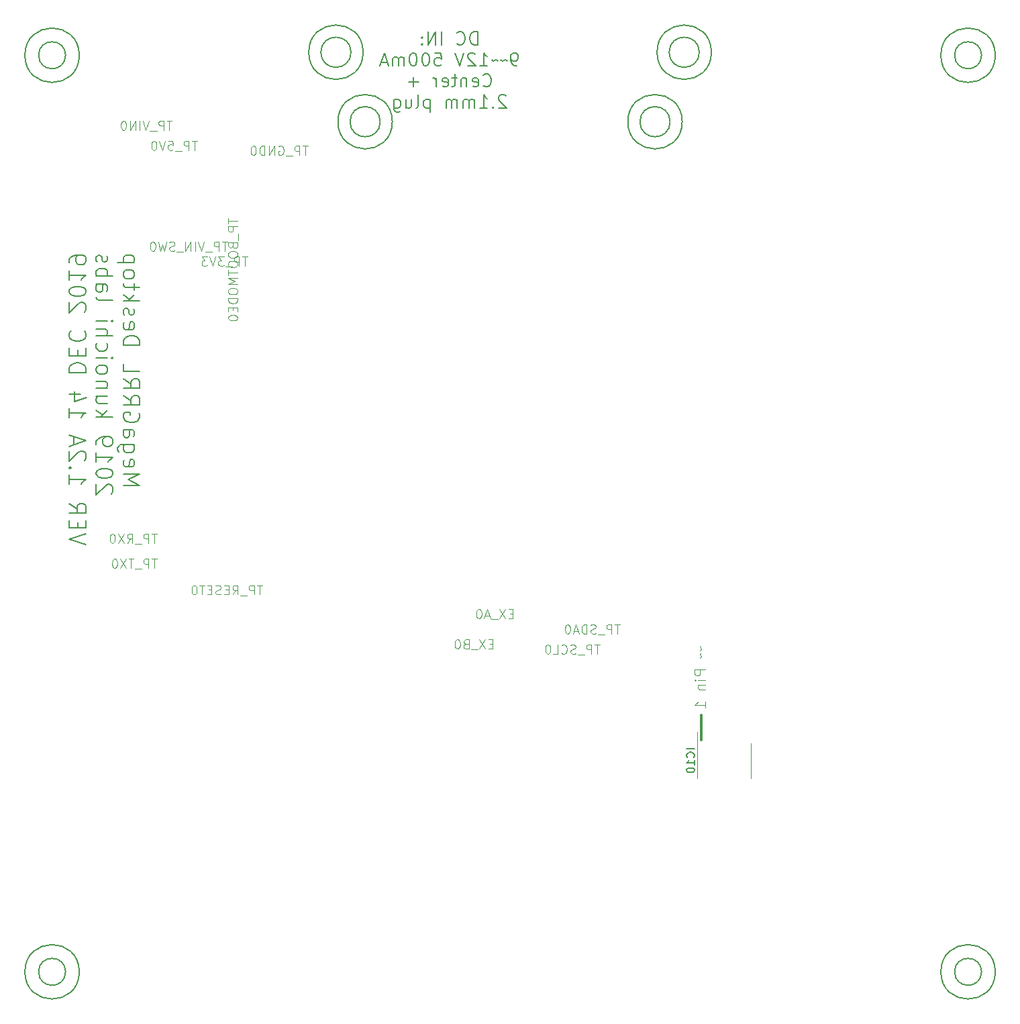
<source format=gbr>
%TF.GenerationSoftware,KiCad,Pcbnew,7.0.2*%
%TF.CreationDate,2024-05-21T23:12:13+08:00*%
%TF.ProjectId,MegaGRRLDesktop,4d656761-4752-4524-9c44-65736b746f70,rev?*%
%TF.SameCoordinates,Original*%
%TF.FileFunction,Legend,Bot*%
%TF.FilePolarity,Positive*%
%FSLAX46Y46*%
G04 Gerber Fmt 4.6, Leading zero omitted, Abs format (unit mm)*
G04 Created by KiCad (PCBNEW 7.0.2) date 2024-05-21 23:12:13*
%MOMM*%
%LPD*%
G01*
G04 APERTURE LIST*
%ADD10C,0.304800*%
%ADD11C,0.182880*%
%ADD12C,0.142240*%
%ADD13C,0.113792*%
%ADD14C,0.150000*%
%ADD15C,0.114300*%
%ADD16C,0.120000*%
%ADD17C,0.203200*%
%ADD18C,0.152400*%
G04 APERTURE END LIST*
D10*
X172631100Y-130403600D02*
X172631100Y-133578600D01*
D11*
X99692589Y-101427281D02*
X101795709Y-101427281D01*
X101795709Y-101427281D02*
X100293480Y-100726241D01*
X100293480Y-100726241D02*
X101795709Y-100025201D01*
X101795709Y-100025201D02*
X99692589Y-100025201D01*
X99792738Y-98222526D02*
X99692589Y-98422823D01*
X99692589Y-98422823D02*
X99692589Y-98823418D01*
X99692589Y-98823418D02*
X99792738Y-99023715D01*
X99792738Y-99023715D02*
X99993035Y-99123863D01*
X99993035Y-99123863D02*
X100794223Y-99123863D01*
X100794223Y-99123863D02*
X100994520Y-99023715D01*
X100994520Y-99023715D02*
X101094669Y-98823418D01*
X101094669Y-98823418D02*
X101094669Y-98422823D01*
X101094669Y-98422823D02*
X100994520Y-98222526D01*
X100994520Y-98222526D02*
X100794223Y-98122378D01*
X100794223Y-98122378D02*
X100593926Y-98122378D01*
X100593926Y-98122378D02*
X100393629Y-99123863D01*
X101094669Y-96319704D02*
X99392143Y-96319704D01*
X99392143Y-96319704D02*
X99191846Y-96419852D01*
X99191846Y-96419852D02*
X99091698Y-96520001D01*
X99091698Y-96520001D02*
X98991549Y-96720298D01*
X98991549Y-96720298D02*
X98991549Y-97020744D01*
X98991549Y-97020744D02*
X99091698Y-97221041D01*
X99792738Y-96319704D02*
X99692589Y-96520001D01*
X99692589Y-96520001D02*
X99692589Y-96920595D01*
X99692589Y-96920595D02*
X99792738Y-97120892D01*
X99792738Y-97120892D02*
X99892886Y-97221041D01*
X99892886Y-97221041D02*
X100093183Y-97321189D01*
X100093183Y-97321189D02*
X100694075Y-97321189D01*
X100694075Y-97321189D02*
X100894372Y-97221041D01*
X100894372Y-97221041D02*
X100994520Y-97120892D01*
X100994520Y-97120892D02*
X101094669Y-96920595D01*
X101094669Y-96920595D02*
X101094669Y-96520001D01*
X101094669Y-96520001D02*
X100994520Y-96319704D01*
X99692589Y-94416881D02*
X100794223Y-94416881D01*
X100794223Y-94416881D02*
X100994520Y-94517029D01*
X100994520Y-94517029D02*
X101094669Y-94717326D01*
X101094669Y-94717326D02*
X101094669Y-95117921D01*
X101094669Y-95117921D02*
X100994520Y-95318218D01*
X99792738Y-94416881D02*
X99692589Y-94617178D01*
X99692589Y-94617178D02*
X99692589Y-95117921D01*
X99692589Y-95117921D02*
X99792738Y-95318218D01*
X99792738Y-95318218D02*
X99993035Y-95418366D01*
X99993035Y-95418366D02*
X100193332Y-95418366D01*
X100193332Y-95418366D02*
X100393629Y-95318218D01*
X100393629Y-95318218D02*
X100493778Y-95117921D01*
X100493778Y-95117921D02*
X100493778Y-94617178D01*
X100493778Y-94617178D02*
X100593926Y-94416881D01*
X101695560Y-92313760D02*
X101795709Y-92514058D01*
X101795709Y-92514058D02*
X101795709Y-92814503D01*
X101795709Y-92814503D02*
X101695560Y-93114949D01*
X101695560Y-93114949D02*
X101495263Y-93315246D01*
X101495263Y-93315246D02*
X101294966Y-93415395D01*
X101294966Y-93415395D02*
X100894372Y-93515543D01*
X100894372Y-93515543D02*
X100593926Y-93515543D01*
X100593926Y-93515543D02*
X100193332Y-93415395D01*
X100193332Y-93415395D02*
X99993035Y-93315246D01*
X99993035Y-93315246D02*
X99792738Y-93114949D01*
X99792738Y-93114949D02*
X99692589Y-92814503D01*
X99692589Y-92814503D02*
X99692589Y-92614206D01*
X99692589Y-92614206D02*
X99792738Y-92313760D01*
X99792738Y-92313760D02*
X99892886Y-92213612D01*
X99892886Y-92213612D02*
X100593926Y-92213612D01*
X100593926Y-92213612D02*
X100593926Y-92614206D01*
X99692589Y-90110492D02*
X100694075Y-90811532D01*
X99692589Y-91312275D02*
X101795709Y-91312275D01*
X101795709Y-91312275D02*
X101795709Y-90511086D01*
X101795709Y-90511086D02*
X101695560Y-90310789D01*
X101695560Y-90310789D02*
X101595412Y-90210640D01*
X101595412Y-90210640D02*
X101395115Y-90110492D01*
X101395115Y-90110492D02*
X101094669Y-90110492D01*
X101094669Y-90110492D02*
X100894372Y-90210640D01*
X100894372Y-90210640D02*
X100794223Y-90310789D01*
X100794223Y-90310789D02*
X100694075Y-90511086D01*
X100694075Y-90511086D02*
X100694075Y-91312275D01*
X99692589Y-88007372D02*
X100694075Y-88708412D01*
X99692589Y-89209155D02*
X101795709Y-89209155D01*
X101795709Y-89209155D02*
X101795709Y-88407966D01*
X101795709Y-88407966D02*
X101695560Y-88207669D01*
X101695560Y-88207669D02*
X101595412Y-88107520D01*
X101595412Y-88107520D02*
X101395115Y-88007372D01*
X101395115Y-88007372D02*
X101094669Y-88007372D01*
X101094669Y-88007372D02*
X100894372Y-88107520D01*
X100894372Y-88107520D02*
X100794223Y-88207669D01*
X100794223Y-88207669D02*
X100694075Y-88407966D01*
X100694075Y-88407966D02*
X100694075Y-89209155D01*
X99692589Y-86104549D02*
X99692589Y-87106035D01*
X99692589Y-87106035D02*
X101795709Y-87106035D01*
X99692589Y-83801132D02*
X101795709Y-83801132D01*
X101795709Y-83801132D02*
X101795709Y-83300389D01*
X101795709Y-83300389D02*
X101695560Y-82999943D01*
X101695560Y-82999943D02*
X101495263Y-82799646D01*
X101495263Y-82799646D02*
X101294966Y-82699497D01*
X101294966Y-82699497D02*
X100894372Y-82599349D01*
X100894372Y-82599349D02*
X100593926Y-82599349D01*
X100593926Y-82599349D02*
X100193332Y-82699497D01*
X100193332Y-82699497D02*
X99993035Y-82799646D01*
X99993035Y-82799646D02*
X99792738Y-82999943D01*
X99792738Y-82999943D02*
X99692589Y-83300389D01*
X99692589Y-83300389D02*
X99692589Y-83801132D01*
X99792738Y-80896823D02*
X99692589Y-81097120D01*
X99692589Y-81097120D02*
X99692589Y-81497715D01*
X99692589Y-81497715D02*
X99792738Y-81698012D01*
X99792738Y-81698012D02*
X99993035Y-81798160D01*
X99993035Y-81798160D02*
X100794223Y-81798160D01*
X100794223Y-81798160D02*
X100994520Y-81698012D01*
X100994520Y-81698012D02*
X101094669Y-81497715D01*
X101094669Y-81497715D02*
X101094669Y-81097120D01*
X101094669Y-81097120D02*
X100994520Y-80896823D01*
X100994520Y-80896823D02*
X100794223Y-80796675D01*
X100794223Y-80796675D02*
X100593926Y-80796675D01*
X100593926Y-80796675D02*
X100393629Y-81798160D01*
X99792738Y-79995486D02*
X99692589Y-79795189D01*
X99692589Y-79795189D02*
X99692589Y-79394595D01*
X99692589Y-79394595D02*
X99792738Y-79194298D01*
X99792738Y-79194298D02*
X99993035Y-79094149D01*
X99993035Y-79094149D02*
X100093183Y-79094149D01*
X100093183Y-79094149D02*
X100293480Y-79194298D01*
X100293480Y-79194298D02*
X100393629Y-79394595D01*
X100393629Y-79394595D02*
X100393629Y-79695041D01*
X100393629Y-79695041D02*
X100493778Y-79895338D01*
X100493778Y-79895338D02*
X100694075Y-79995486D01*
X100694075Y-79995486D02*
X100794223Y-79995486D01*
X100794223Y-79995486D02*
X100994520Y-79895338D01*
X100994520Y-79895338D02*
X101094669Y-79695041D01*
X101094669Y-79695041D02*
X101094669Y-79394595D01*
X101094669Y-79394595D02*
X100994520Y-79194298D01*
X99692589Y-78192812D02*
X101795709Y-78192812D01*
X100493778Y-77992515D02*
X99692589Y-77391623D01*
X101094669Y-77391623D02*
X100293480Y-78192812D01*
X101094669Y-76790731D02*
X101094669Y-75989543D01*
X101795709Y-76490286D02*
X99993035Y-76490286D01*
X99993035Y-76490286D02*
X99792738Y-76390137D01*
X99792738Y-76390137D02*
X99692589Y-76189840D01*
X99692589Y-76189840D02*
X99692589Y-75989543D01*
X99692589Y-74988057D02*
X99792738Y-75188354D01*
X99792738Y-75188354D02*
X99892886Y-75288503D01*
X99892886Y-75288503D02*
X100093183Y-75388651D01*
X100093183Y-75388651D02*
X100694075Y-75388651D01*
X100694075Y-75388651D02*
X100894372Y-75288503D01*
X100894372Y-75288503D02*
X100994520Y-75188354D01*
X100994520Y-75188354D02*
X101094669Y-74988057D01*
X101094669Y-74988057D02*
X101094669Y-74687611D01*
X101094669Y-74687611D02*
X100994520Y-74487314D01*
X100994520Y-74487314D02*
X100894372Y-74387166D01*
X100894372Y-74387166D02*
X100694075Y-74287017D01*
X100694075Y-74287017D02*
X100093183Y-74287017D01*
X100093183Y-74287017D02*
X99892886Y-74387166D01*
X99892886Y-74387166D02*
X99792738Y-74487314D01*
X99792738Y-74487314D02*
X99692589Y-74687611D01*
X99692589Y-74687611D02*
X99692589Y-74988057D01*
X101094669Y-73385680D02*
X98991549Y-73385680D01*
X100994520Y-73385680D02*
X101094669Y-73185383D01*
X101094669Y-73185383D02*
X101094669Y-72784788D01*
X101094669Y-72784788D02*
X100994520Y-72584491D01*
X100994520Y-72584491D02*
X100894372Y-72484343D01*
X100894372Y-72484343D02*
X100694075Y-72384194D01*
X100694075Y-72384194D02*
X100093183Y-72384194D01*
X100093183Y-72384194D02*
X99892886Y-72484343D01*
X99892886Y-72484343D02*
X99792738Y-72584491D01*
X99792738Y-72584491D02*
X99692589Y-72784788D01*
X99692589Y-72784788D02*
X99692589Y-73185383D01*
X99692589Y-73185383D02*
X99792738Y-73385680D01*
X98188358Y-102528913D02*
X98288506Y-102428765D01*
X98288506Y-102428765D02*
X98388655Y-102228468D01*
X98388655Y-102228468D02*
X98388655Y-101727725D01*
X98388655Y-101727725D02*
X98288506Y-101527428D01*
X98288506Y-101527428D02*
X98188358Y-101427279D01*
X98188358Y-101427279D02*
X97988061Y-101327130D01*
X97988061Y-101327130D02*
X97787764Y-101327130D01*
X97787764Y-101327130D02*
X97487318Y-101427279D01*
X97487318Y-101427279D02*
X96285535Y-102629062D01*
X96285535Y-102629062D02*
X96285535Y-101327130D01*
X98388655Y-100025199D02*
X98388655Y-99824902D01*
X98388655Y-99824902D02*
X98288506Y-99624605D01*
X98288506Y-99624605D02*
X98188358Y-99524457D01*
X98188358Y-99524457D02*
X97988061Y-99424308D01*
X97988061Y-99424308D02*
X97587466Y-99324159D01*
X97587466Y-99324159D02*
X97086724Y-99324159D01*
X97086724Y-99324159D02*
X96686129Y-99424308D01*
X96686129Y-99424308D02*
X96485832Y-99524457D01*
X96485832Y-99524457D02*
X96385684Y-99624605D01*
X96385684Y-99624605D02*
X96285535Y-99824902D01*
X96285535Y-99824902D02*
X96285535Y-100025199D01*
X96285535Y-100025199D02*
X96385684Y-100225497D01*
X96385684Y-100225497D02*
X96485832Y-100325645D01*
X96485832Y-100325645D02*
X96686129Y-100425794D01*
X96686129Y-100425794D02*
X97086724Y-100525942D01*
X97086724Y-100525942D02*
X97587466Y-100525942D01*
X97587466Y-100525942D02*
X97988061Y-100425794D01*
X97988061Y-100425794D02*
X98188358Y-100325645D01*
X98188358Y-100325645D02*
X98288506Y-100225497D01*
X98288506Y-100225497D02*
X98388655Y-100025199D01*
X96285535Y-97321188D02*
X96285535Y-98522971D01*
X96285535Y-97922080D02*
X98388655Y-97922080D01*
X98388655Y-97922080D02*
X98088209Y-98122377D01*
X98088209Y-98122377D02*
X97887912Y-98322674D01*
X97887912Y-98322674D02*
X97787764Y-98522971D01*
X96285535Y-96319703D02*
X96285535Y-95919109D01*
X96285535Y-95919109D02*
X96385684Y-95718812D01*
X96385684Y-95718812D02*
X96485832Y-95618663D01*
X96485832Y-95618663D02*
X96786278Y-95418366D01*
X96786278Y-95418366D02*
X97186872Y-95318217D01*
X97186872Y-95318217D02*
X97988061Y-95318217D01*
X97988061Y-95318217D02*
X98188358Y-95418366D01*
X98188358Y-95418366D02*
X98288506Y-95518515D01*
X98288506Y-95518515D02*
X98388655Y-95718812D01*
X98388655Y-95718812D02*
X98388655Y-96119406D01*
X98388655Y-96119406D02*
X98288506Y-96319703D01*
X98288506Y-96319703D02*
X98188358Y-96419852D01*
X98188358Y-96419852D02*
X97988061Y-96520000D01*
X97988061Y-96520000D02*
X97487318Y-96520000D01*
X97487318Y-96520000D02*
X97287021Y-96419852D01*
X97287021Y-96419852D02*
X97186872Y-96319703D01*
X97186872Y-96319703D02*
X97086724Y-96119406D01*
X97086724Y-96119406D02*
X97086724Y-95718812D01*
X97086724Y-95718812D02*
X97186872Y-95518515D01*
X97186872Y-95518515D02*
X97287021Y-95418366D01*
X97287021Y-95418366D02*
X97487318Y-95318217D01*
X96285535Y-92814504D02*
X98388655Y-92814504D01*
X97086724Y-92614207D02*
X96285535Y-92013315D01*
X97687615Y-92013315D02*
X96886426Y-92814504D01*
X97687615Y-90210641D02*
X96285535Y-90210641D01*
X97687615Y-91111978D02*
X96585981Y-91111978D01*
X96585981Y-91111978D02*
X96385684Y-91011829D01*
X96385684Y-91011829D02*
X96285535Y-90811532D01*
X96285535Y-90811532D02*
X96285535Y-90511086D01*
X96285535Y-90511086D02*
X96385684Y-90310789D01*
X96385684Y-90310789D02*
X96485832Y-90210641D01*
X97687615Y-89209155D02*
X96285535Y-89209155D01*
X97487318Y-89209155D02*
X97587466Y-89109006D01*
X97587466Y-89109006D02*
X97687615Y-88908709D01*
X97687615Y-88908709D02*
X97687615Y-88608263D01*
X97687615Y-88608263D02*
X97587466Y-88407966D01*
X97587466Y-88407966D02*
X97387169Y-88307818D01*
X97387169Y-88307818D02*
X96285535Y-88307818D01*
X96285535Y-87005886D02*
X96385684Y-87206183D01*
X96385684Y-87206183D02*
X96485832Y-87306332D01*
X96485832Y-87306332D02*
X96686129Y-87406480D01*
X96686129Y-87406480D02*
X97287021Y-87406480D01*
X97287021Y-87406480D02*
X97487318Y-87306332D01*
X97487318Y-87306332D02*
X97587466Y-87206183D01*
X97587466Y-87206183D02*
X97687615Y-87005886D01*
X97687615Y-87005886D02*
X97687615Y-86705440D01*
X97687615Y-86705440D02*
X97587466Y-86505143D01*
X97587466Y-86505143D02*
X97487318Y-86404995D01*
X97487318Y-86404995D02*
X97287021Y-86304846D01*
X97287021Y-86304846D02*
X96686129Y-86304846D01*
X96686129Y-86304846D02*
X96485832Y-86404995D01*
X96485832Y-86404995D02*
X96385684Y-86505143D01*
X96385684Y-86505143D02*
X96285535Y-86705440D01*
X96285535Y-86705440D02*
X96285535Y-87005886D01*
X96285535Y-85403509D02*
X97687615Y-85403509D01*
X98388655Y-85403509D02*
X98288506Y-85503657D01*
X98288506Y-85503657D02*
X98188358Y-85403509D01*
X98188358Y-85403509D02*
X98288506Y-85303360D01*
X98288506Y-85303360D02*
X98388655Y-85403509D01*
X98388655Y-85403509D02*
X98188358Y-85403509D01*
X96385684Y-83500686D02*
X96285535Y-83700983D01*
X96285535Y-83700983D02*
X96285535Y-84101577D01*
X96285535Y-84101577D02*
X96385684Y-84301874D01*
X96385684Y-84301874D02*
X96485832Y-84402023D01*
X96485832Y-84402023D02*
X96686129Y-84502171D01*
X96686129Y-84502171D02*
X97287021Y-84502171D01*
X97287021Y-84502171D02*
X97487318Y-84402023D01*
X97487318Y-84402023D02*
X97587466Y-84301874D01*
X97587466Y-84301874D02*
X97687615Y-84101577D01*
X97687615Y-84101577D02*
X97687615Y-83700983D01*
X97687615Y-83700983D02*
X97587466Y-83500686D01*
X96285535Y-82599349D02*
X98388655Y-82599349D01*
X96285535Y-81698012D02*
X97387169Y-81698012D01*
X97387169Y-81698012D02*
X97587466Y-81798160D01*
X97587466Y-81798160D02*
X97687615Y-81998457D01*
X97687615Y-81998457D02*
X97687615Y-82298903D01*
X97687615Y-82298903D02*
X97587466Y-82499200D01*
X97587466Y-82499200D02*
X97487318Y-82599349D01*
X96285535Y-80696526D02*
X97687615Y-80696526D01*
X98388655Y-80696526D02*
X98288506Y-80796674D01*
X98288506Y-80796674D02*
X98188358Y-80696526D01*
X98188358Y-80696526D02*
X98288506Y-80596377D01*
X98288506Y-80596377D02*
X98388655Y-80696526D01*
X98388655Y-80696526D02*
X98188358Y-80696526D01*
X96285535Y-77792217D02*
X96385684Y-77992514D01*
X96385684Y-77992514D02*
X96585981Y-78092663D01*
X96585981Y-78092663D02*
X98388655Y-78092663D01*
X96285535Y-76089692D02*
X97387169Y-76089692D01*
X97387169Y-76089692D02*
X97587466Y-76189840D01*
X97587466Y-76189840D02*
X97687615Y-76390137D01*
X97687615Y-76390137D02*
X97687615Y-76790732D01*
X97687615Y-76790732D02*
X97587466Y-76991029D01*
X96385684Y-76089692D02*
X96285535Y-76289989D01*
X96285535Y-76289989D02*
X96285535Y-76790732D01*
X96285535Y-76790732D02*
X96385684Y-76991029D01*
X96385684Y-76991029D02*
X96585981Y-77091177D01*
X96585981Y-77091177D02*
X96786278Y-77091177D01*
X96786278Y-77091177D02*
X96986575Y-76991029D01*
X96986575Y-76991029D02*
X97086724Y-76790732D01*
X97086724Y-76790732D02*
X97086724Y-76289989D01*
X97086724Y-76289989D02*
X97186872Y-76089692D01*
X96285535Y-75088206D02*
X98388655Y-75088206D01*
X97587466Y-75088206D02*
X97687615Y-74887909D01*
X97687615Y-74887909D02*
X97687615Y-74487314D01*
X97687615Y-74487314D02*
X97587466Y-74287017D01*
X97587466Y-74287017D02*
X97487318Y-74186869D01*
X97487318Y-74186869D02*
X97287021Y-74086720D01*
X97287021Y-74086720D02*
X96686129Y-74086720D01*
X96686129Y-74086720D02*
X96485832Y-74186869D01*
X96485832Y-74186869D02*
X96385684Y-74287017D01*
X96385684Y-74287017D02*
X96285535Y-74487314D01*
X96285535Y-74487314D02*
X96285535Y-74887909D01*
X96285535Y-74887909D02*
X96385684Y-75088206D01*
X96385684Y-73285531D02*
X96285535Y-73085234D01*
X96285535Y-73085234D02*
X96285535Y-72684640D01*
X96285535Y-72684640D02*
X96385684Y-72484343D01*
X96385684Y-72484343D02*
X96585981Y-72384194D01*
X96585981Y-72384194D02*
X96686129Y-72384194D01*
X96686129Y-72384194D02*
X96886426Y-72484343D01*
X96886426Y-72484343D02*
X96986575Y-72684640D01*
X96986575Y-72684640D02*
X96986575Y-72985086D01*
X96986575Y-72985086D02*
X97086724Y-73185383D01*
X97086724Y-73185383D02*
X97287021Y-73285531D01*
X97287021Y-73285531D02*
X97387169Y-73285531D01*
X97387169Y-73285531D02*
X97587466Y-73185383D01*
X97587466Y-73185383D02*
X97687615Y-72985086D01*
X97687615Y-72985086D02*
X97687615Y-72684640D01*
X97687615Y-72684640D02*
X97587466Y-72484343D01*
X94981601Y-108938418D02*
X92878481Y-108237378D01*
X92878481Y-108237378D02*
X94981601Y-107536338D01*
X93980115Y-106835299D02*
X93980115Y-106134259D01*
X92878481Y-105833813D02*
X92878481Y-106835299D01*
X92878481Y-106835299D02*
X94981601Y-106835299D01*
X94981601Y-106835299D02*
X94981601Y-105833813D01*
X92878481Y-103730693D02*
X93879967Y-104431733D01*
X92878481Y-104932476D02*
X94981601Y-104932476D01*
X94981601Y-104932476D02*
X94981601Y-104131287D01*
X94981601Y-104131287D02*
X94881452Y-103930990D01*
X94881452Y-103930990D02*
X94781304Y-103830841D01*
X94781304Y-103830841D02*
X94581007Y-103730693D01*
X94581007Y-103730693D02*
X94280561Y-103730693D01*
X94280561Y-103730693D02*
X94080264Y-103830841D01*
X94080264Y-103830841D02*
X93980115Y-103930990D01*
X93980115Y-103930990D02*
X93879967Y-104131287D01*
X93879967Y-104131287D02*
X93879967Y-104932476D01*
X92878481Y-100125344D02*
X92878481Y-101327127D01*
X92878481Y-100726236D02*
X94981601Y-100726236D01*
X94981601Y-100726236D02*
X94681155Y-100926533D01*
X94681155Y-100926533D02*
X94480858Y-101126830D01*
X94480858Y-101126830D02*
X94380710Y-101327127D01*
X93078778Y-99224008D02*
X92978630Y-99123859D01*
X92978630Y-99123859D02*
X92878481Y-99224008D01*
X92878481Y-99224008D02*
X92978630Y-99324156D01*
X92978630Y-99324156D02*
X93078778Y-99224008D01*
X93078778Y-99224008D02*
X92878481Y-99224008D01*
X94781304Y-98322670D02*
X94881452Y-98222522D01*
X94881452Y-98222522D02*
X94981601Y-98022225D01*
X94981601Y-98022225D02*
X94981601Y-97521482D01*
X94981601Y-97521482D02*
X94881452Y-97321185D01*
X94881452Y-97321185D02*
X94781304Y-97221036D01*
X94781304Y-97221036D02*
X94581007Y-97120887D01*
X94581007Y-97120887D02*
X94380710Y-97120887D01*
X94380710Y-97120887D02*
X94080264Y-97221036D01*
X94080264Y-97221036D02*
X92878481Y-98422819D01*
X92878481Y-98422819D02*
X92878481Y-97120887D01*
X93479372Y-96319699D02*
X93479372Y-95318214D01*
X92878481Y-96519996D02*
X94981601Y-95818956D01*
X94981601Y-95818956D02*
X92878481Y-95117916D01*
X92878481Y-91712865D02*
X92878481Y-92914648D01*
X92878481Y-92313757D02*
X94981601Y-92313757D01*
X94981601Y-92313757D02*
X94681155Y-92514054D01*
X94681155Y-92514054D02*
X94480858Y-92714351D01*
X94480858Y-92714351D02*
X94380710Y-92914648D01*
X94280561Y-89910192D02*
X92878481Y-89910192D01*
X95081750Y-90410934D02*
X93579521Y-90911677D01*
X93579521Y-90911677D02*
X93579521Y-89609746D01*
X92878481Y-87206181D02*
X94981601Y-87206181D01*
X94981601Y-87206181D02*
X94981601Y-86705438D01*
X94981601Y-86705438D02*
X94881452Y-86404992D01*
X94881452Y-86404992D02*
X94681155Y-86204695D01*
X94681155Y-86204695D02*
X94480858Y-86104546D01*
X94480858Y-86104546D02*
X94080264Y-86004398D01*
X94080264Y-86004398D02*
X93779818Y-86004398D01*
X93779818Y-86004398D02*
X93379224Y-86104546D01*
X93379224Y-86104546D02*
X93178927Y-86204695D01*
X93178927Y-86204695D02*
X92978630Y-86404992D01*
X92978630Y-86404992D02*
X92878481Y-86705438D01*
X92878481Y-86705438D02*
X92878481Y-87206181D01*
X93980115Y-85103061D02*
X93980115Y-84402021D01*
X92878481Y-84101575D02*
X92878481Y-85103061D01*
X92878481Y-85103061D02*
X94981601Y-85103061D01*
X94981601Y-85103061D02*
X94981601Y-84101575D01*
X93078778Y-81998455D02*
X92978630Y-82098603D01*
X92978630Y-82098603D02*
X92878481Y-82399049D01*
X92878481Y-82399049D02*
X92878481Y-82599346D01*
X92878481Y-82599346D02*
X92978630Y-82899792D01*
X92978630Y-82899792D02*
X93178927Y-83100089D01*
X93178927Y-83100089D02*
X93379224Y-83200238D01*
X93379224Y-83200238D02*
X93779818Y-83300386D01*
X93779818Y-83300386D02*
X94080264Y-83300386D01*
X94080264Y-83300386D02*
X94480858Y-83200238D01*
X94480858Y-83200238D02*
X94681155Y-83100089D01*
X94681155Y-83100089D02*
X94881452Y-82899792D01*
X94881452Y-82899792D02*
X94981601Y-82599346D01*
X94981601Y-82599346D02*
X94981601Y-82399049D01*
X94981601Y-82399049D02*
X94881452Y-82098603D01*
X94881452Y-82098603D02*
X94781304Y-81998455D01*
X94781304Y-79594889D02*
X94881452Y-79494741D01*
X94881452Y-79494741D02*
X94981601Y-79294444D01*
X94981601Y-79294444D02*
X94981601Y-78793701D01*
X94981601Y-78793701D02*
X94881452Y-78593404D01*
X94881452Y-78593404D02*
X94781304Y-78493255D01*
X94781304Y-78493255D02*
X94581007Y-78393106D01*
X94581007Y-78393106D02*
X94380710Y-78393106D01*
X94380710Y-78393106D02*
X94080264Y-78493255D01*
X94080264Y-78493255D02*
X92878481Y-79695038D01*
X92878481Y-79695038D02*
X92878481Y-78393106D01*
X94981601Y-77091175D02*
X94981601Y-76890878D01*
X94981601Y-76890878D02*
X94881452Y-76690581D01*
X94881452Y-76690581D02*
X94781304Y-76590433D01*
X94781304Y-76590433D02*
X94581007Y-76490284D01*
X94581007Y-76490284D02*
X94180412Y-76390135D01*
X94180412Y-76390135D02*
X93679670Y-76390135D01*
X93679670Y-76390135D02*
X93279075Y-76490284D01*
X93279075Y-76490284D02*
X93078778Y-76590433D01*
X93078778Y-76590433D02*
X92978630Y-76690581D01*
X92978630Y-76690581D02*
X92878481Y-76890878D01*
X92878481Y-76890878D02*
X92878481Y-77091175D01*
X92878481Y-77091175D02*
X92978630Y-77291473D01*
X92978630Y-77291473D02*
X93078778Y-77391621D01*
X93078778Y-77391621D02*
X93279075Y-77491770D01*
X93279075Y-77491770D02*
X93679670Y-77591918D01*
X93679670Y-77591918D02*
X94180412Y-77591918D01*
X94180412Y-77591918D02*
X94581007Y-77491770D01*
X94581007Y-77491770D02*
X94781304Y-77391621D01*
X94781304Y-77391621D02*
X94881452Y-77291473D01*
X94881452Y-77291473D02*
X94981601Y-77091175D01*
X92878481Y-74387164D02*
X92878481Y-75588947D01*
X92878481Y-74988056D02*
X94981601Y-74988056D01*
X94981601Y-74988056D02*
X94681155Y-75188353D01*
X94681155Y-75188353D02*
X94480858Y-75388650D01*
X94480858Y-75388650D02*
X94380710Y-75588947D01*
X92878481Y-73385679D02*
X92878481Y-72985085D01*
X92878481Y-72985085D02*
X92978630Y-72784788D01*
X92978630Y-72784788D02*
X93078778Y-72684639D01*
X93078778Y-72684639D02*
X93379224Y-72484342D01*
X93379224Y-72484342D02*
X93779818Y-72384193D01*
X93779818Y-72384193D02*
X94581007Y-72384193D01*
X94581007Y-72384193D02*
X94781304Y-72484342D01*
X94781304Y-72484342D02*
X94881452Y-72584491D01*
X94881452Y-72584491D02*
X94981601Y-72784788D01*
X94981601Y-72784788D02*
X94981601Y-73185382D01*
X94981601Y-73185382D02*
X94881452Y-73385679D01*
X94881452Y-73385679D02*
X94781304Y-73485828D01*
X94781304Y-73485828D02*
X94581007Y-73585976D01*
X94581007Y-73585976D02*
X94080264Y-73585976D01*
X94080264Y-73585976D02*
X93879967Y-73485828D01*
X93879967Y-73485828D02*
X93779818Y-73385679D01*
X93779818Y-73385679D02*
X93679670Y-73185382D01*
X93679670Y-73185382D02*
X93679670Y-72784788D01*
X93679670Y-72784788D02*
X93779818Y-72584491D01*
X93779818Y-72584491D02*
X93879967Y-72484342D01*
X93879967Y-72484342D02*
X94080264Y-72384193D01*
D12*
X144386299Y-45905438D02*
X144386299Y-44269678D01*
X144386299Y-44269678D02*
X143996832Y-44269678D01*
X143996832Y-44269678D02*
X143763152Y-44347571D01*
X143763152Y-44347571D02*
X143607366Y-44503358D01*
X143607366Y-44503358D02*
X143529472Y-44659145D01*
X143529472Y-44659145D02*
X143451579Y-44970718D01*
X143451579Y-44970718D02*
X143451579Y-45204398D01*
X143451579Y-45204398D02*
X143529472Y-45515971D01*
X143529472Y-45515971D02*
X143607366Y-45671758D01*
X143607366Y-45671758D02*
X143763152Y-45827545D01*
X143763152Y-45827545D02*
X143996832Y-45905438D01*
X143996832Y-45905438D02*
X144386299Y-45905438D01*
X141815819Y-45749651D02*
X141893712Y-45827545D01*
X141893712Y-45827545D02*
X142127392Y-45905438D01*
X142127392Y-45905438D02*
X142283179Y-45905438D01*
X142283179Y-45905438D02*
X142516859Y-45827545D01*
X142516859Y-45827545D02*
X142672646Y-45671758D01*
X142672646Y-45671758D02*
X142750539Y-45515971D01*
X142750539Y-45515971D02*
X142828432Y-45204398D01*
X142828432Y-45204398D02*
X142828432Y-44970718D01*
X142828432Y-44970718D02*
X142750539Y-44659145D01*
X142750539Y-44659145D02*
X142672646Y-44503358D01*
X142672646Y-44503358D02*
X142516859Y-44347571D01*
X142516859Y-44347571D02*
X142283179Y-44269678D01*
X142283179Y-44269678D02*
X142127392Y-44269678D01*
X142127392Y-44269678D02*
X141893712Y-44347571D01*
X141893712Y-44347571D02*
X141815819Y-44425465D01*
X139868486Y-45905438D02*
X139868486Y-44269678D01*
X139089553Y-45905438D02*
X139089553Y-44269678D01*
X139089553Y-44269678D02*
X138154833Y-45905438D01*
X138154833Y-45905438D02*
X138154833Y-44269678D01*
X137375900Y-45749651D02*
X137298007Y-45827545D01*
X137298007Y-45827545D02*
X137375900Y-45905438D01*
X137375900Y-45905438D02*
X137453793Y-45827545D01*
X137453793Y-45827545D02*
X137375900Y-45749651D01*
X137375900Y-45749651D02*
X137375900Y-45905438D01*
X137375900Y-44892825D02*
X137298007Y-44970718D01*
X137298007Y-44970718D02*
X137375900Y-45048611D01*
X137375900Y-45048611D02*
X137453793Y-44970718D01*
X137453793Y-44970718D02*
X137375900Y-44892825D01*
X137375900Y-44892825D02*
X137375900Y-45048611D01*
X149371474Y-48555369D02*
X149059900Y-48555369D01*
X149059900Y-48555369D02*
X148904114Y-48477476D01*
X148904114Y-48477476D02*
X148826220Y-48399582D01*
X148826220Y-48399582D02*
X148670434Y-48165902D01*
X148670434Y-48165902D02*
X148592540Y-47854329D01*
X148592540Y-47854329D02*
X148592540Y-47231182D01*
X148592540Y-47231182D02*
X148670434Y-47075396D01*
X148670434Y-47075396D02*
X148748327Y-46997502D01*
X148748327Y-46997502D02*
X148904114Y-46919609D01*
X148904114Y-46919609D02*
X149215687Y-46919609D01*
X149215687Y-46919609D02*
X149371474Y-46997502D01*
X149371474Y-46997502D02*
X149449367Y-47075396D01*
X149449367Y-47075396D02*
X149527260Y-47231182D01*
X149527260Y-47231182D02*
X149527260Y-47620649D01*
X149527260Y-47620649D02*
X149449367Y-47776436D01*
X149449367Y-47776436D02*
X149371474Y-47854329D01*
X149371474Y-47854329D02*
X149215687Y-47932222D01*
X149215687Y-47932222D02*
X148904114Y-47932222D01*
X148904114Y-47932222D02*
X148748327Y-47854329D01*
X148748327Y-47854329D02*
X148670434Y-47776436D01*
X148670434Y-47776436D02*
X148592540Y-47620649D01*
X148125180Y-47932222D02*
X148047287Y-47854329D01*
X148047287Y-47854329D02*
X147891500Y-47776436D01*
X147891500Y-47776436D02*
X147579927Y-47932222D01*
X147579927Y-47932222D02*
X147424140Y-47854329D01*
X147424140Y-47854329D02*
X147346247Y-47776436D01*
X146956780Y-47932222D02*
X146878887Y-47854329D01*
X146878887Y-47854329D02*
X146723100Y-47776436D01*
X146723100Y-47776436D02*
X146411527Y-47932222D01*
X146411527Y-47932222D02*
X146255740Y-47854329D01*
X146255740Y-47854329D02*
X146177847Y-47776436D01*
X144697873Y-48555369D02*
X145632593Y-48555369D01*
X145165233Y-48555369D02*
X145165233Y-46919609D01*
X145165233Y-46919609D02*
X145321020Y-47153289D01*
X145321020Y-47153289D02*
X145476807Y-47309076D01*
X145476807Y-47309076D02*
X145632593Y-47386969D01*
X144074726Y-47075396D02*
X143996833Y-46997502D01*
X143996833Y-46997502D02*
X143841046Y-46919609D01*
X143841046Y-46919609D02*
X143451580Y-46919609D01*
X143451580Y-46919609D02*
X143295793Y-46997502D01*
X143295793Y-46997502D02*
X143217900Y-47075396D01*
X143217900Y-47075396D02*
X143140006Y-47231182D01*
X143140006Y-47231182D02*
X143140006Y-47386969D01*
X143140006Y-47386969D02*
X143217900Y-47620649D01*
X143217900Y-47620649D02*
X144152620Y-48555369D01*
X144152620Y-48555369D02*
X143140006Y-48555369D01*
X142672646Y-46919609D02*
X142127393Y-48555369D01*
X142127393Y-48555369D02*
X141582139Y-46919609D01*
X139011660Y-46919609D02*
X139790593Y-46919609D01*
X139790593Y-46919609D02*
X139868486Y-47698542D01*
X139868486Y-47698542D02*
X139790593Y-47620649D01*
X139790593Y-47620649D02*
X139634806Y-47542756D01*
X139634806Y-47542756D02*
X139245340Y-47542756D01*
X139245340Y-47542756D02*
X139089553Y-47620649D01*
X139089553Y-47620649D02*
X139011660Y-47698542D01*
X139011660Y-47698542D02*
X138933766Y-47854329D01*
X138933766Y-47854329D02*
X138933766Y-48243796D01*
X138933766Y-48243796D02*
X139011660Y-48399582D01*
X139011660Y-48399582D02*
X139089553Y-48477476D01*
X139089553Y-48477476D02*
X139245340Y-48555369D01*
X139245340Y-48555369D02*
X139634806Y-48555369D01*
X139634806Y-48555369D02*
X139790593Y-48477476D01*
X139790593Y-48477476D02*
X139868486Y-48399582D01*
X137921153Y-46919609D02*
X137765366Y-46919609D01*
X137765366Y-46919609D02*
X137609579Y-46997502D01*
X137609579Y-46997502D02*
X137531686Y-47075396D01*
X137531686Y-47075396D02*
X137453793Y-47231182D01*
X137453793Y-47231182D02*
X137375899Y-47542756D01*
X137375899Y-47542756D02*
X137375899Y-47932222D01*
X137375899Y-47932222D02*
X137453793Y-48243796D01*
X137453793Y-48243796D02*
X137531686Y-48399582D01*
X137531686Y-48399582D02*
X137609579Y-48477476D01*
X137609579Y-48477476D02*
X137765366Y-48555369D01*
X137765366Y-48555369D02*
X137921153Y-48555369D01*
X137921153Y-48555369D02*
X138076939Y-48477476D01*
X138076939Y-48477476D02*
X138154833Y-48399582D01*
X138154833Y-48399582D02*
X138232726Y-48243796D01*
X138232726Y-48243796D02*
X138310619Y-47932222D01*
X138310619Y-47932222D02*
X138310619Y-47542756D01*
X138310619Y-47542756D02*
X138232726Y-47231182D01*
X138232726Y-47231182D02*
X138154833Y-47075396D01*
X138154833Y-47075396D02*
X138076939Y-46997502D01*
X138076939Y-46997502D02*
X137921153Y-46919609D01*
X136363286Y-46919609D02*
X136207499Y-46919609D01*
X136207499Y-46919609D02*
X136051712Y-46997502D01*
X136051712Y-46997502D02*
X135973819Y-47075396D01*
X135973819Y-47075396D02*
X135895926Y-47231182D01*
X135895926Y-47231182D02*
X135818032Y-47542756D01*
X135818032Y-47542756D02*
X135818032Y-47932222D01*
X135818032Y-47932222D02*
X135895926Y-48243796D01*
X135895926Y-48243796D02*
X135973819Y-48399582D01*
X135973819Y-48399582D02*
X136051712Y-48477476D01*
X136051712Y-48477476D02*
X136207499Y-48555369D01*
X136207499Y-48555369D02*
X136363286Y-48555369D01*
X136363286Y-48555369D02*
X136519072Y-48477476D01*
X136519072Y-48477476D02*
X136596966Y-48399582D01*
X136596966Y-48399582D02*
X136674859Y-48243796D01*
X136674859Y-48243796D02*
X136752752Y-47932222D01*
X136752752Y-47932222D02*
X136752752Y-47542756D01*
X136752752Y-47542756D02*
X136674859Y-47231182D01*
X136674859Y-47231182D02*
X136596966Y-47075396D01*
X136596966Y-47075396D02*
X136519072Y-46997502D01*
X136519072Y-46997502D02*
X136363286Y-46919609D01*
X135116992Y-48555369D02*
X135116992Y-47464862D01*
X135116992Y-47620649D02*
X135039099Y-47542756D01*
X135039099Y-47542756D02*
X134883312Y-47464862D01*
X134883312Y-47464862D02*
X134649632Y-47464862D01*
X134649632Y-47464862D02*
X134493845Y-47542756D01*
X134493845Y-47542756D02*
X134415952Y-47698542D01*
X134415952Y-47698542D02*
X134415952Y-48555369D01*
X134415952Y-47698542D02*
X134338059Y-47542756D01*
X134338059Y-47542756D02*
X134182272Y-47464862D01*
X134182272Y-47464862D02*
X133948592Y-47464862D01*
X133948592Y-47464862D02*
X133792805Y-47542756D01*
X133792805Y-47542756D02*
X133714912Y-47698542D01*
X133714912Y-47698542D02*
X133714912Y-48555369D01*
X133013872Y-48088009D02*
X132234939Y-48088009D01*
X133169659Y-48555369D02*
X132624406Y-46919609D01*
X132624406Y-46919609D02*
X132079152Y-48555369D01*
X145126286Y-51049513D02*
X145204179Y-51127407D01*
X145204179Y-51127407D02*
X145437859Y-51205300D01*
X145437859Y-51205300D02*
X145593646Y-51205300D01*
X145593646Y-51205300D02*
X145827326Y-51127407D01*
X145827326Y-51127407D02*
X145983113Y-50971620D01*
X145983113Y-50971620D02*
X146061006Y-50815833D01*
X146061006Y-50815833D02*
X146138899Y-50504260D01*
X146138899Y-50504260D02*
X146138899Y-50270580D01*
X146138899Y-50270580D02*
X146061006Y-49959007D01*
X146061006Y-49959007D02*
X145983113Y-49803220D01*
X145983113Y-49803220D02*
X145827326Y-49647433D01*
X145827326Y-49647433D02*
X145593646Y-49569540D01*
X145593646Y-49569540D02*
X145437859Y-49569540D01*
X145437859Y-49569540D02*
X145204179Y-49647433D01*
X145204179Y-49647433D02*
X145126286Y-49725327D01*
X143802099Y-51127407D02*
X143957886Y-51205300D01*
X143957886Y-51205300D02*
X144269459Y-51205300D01*
X144269459Y-51205300D02*
X144425246Y-51127407D01*
X144425246Y-51127407D02*
X144503139Y-50971620D01*
X144503139Y-50971620D02*
X144503139Y-50348473D01*
X144503139Y-50348473D02*
X144425246Y-50192687D01*
X144425246Y-50192687D02*
X144269459Y-50114793D01*
X144269459Y-50114793D02*
X143957886Y-50114793D01*
X143957886Y-50114793D02*
X143802099Y-50192687D01*
X143802099Y-50192687D02*
X143724206Y-50348473D01*
X143724206Y-50348473D02*
X143724206Y-50504260D01*
X143724206Y-50504260D02*
X144503139Y-50660047D01*
X143023166Y-50114793D02*
X143023166Y-51205300D01*
X143023166Y-50270580D02*
X142945273Y-50192687D01*
X142945273Y-50192687D02*
X142789486Y-50114793D01*
X142789486Y-50114793D02*
X142555806Y-50114793D01*
X142555806Y-50114793D02*
X142400019Y-50192687D01*
X142400019Y-50192687D02*
X142322126Y-50348473D01*
X142322126Y-50348473D02*
X142322126Y-51205300D01*
X141776873Y-50114793D02*
X141153726Y-50114793D01*
X141543193Y-49569540D02*
X141543193Y-50971620D01*
X141543193Y-50971620D02*
X141465300Y-51127407D01*
X141465300Y-51127407D02*
X141309513Y-51205300D01*
X141309513Y-51205300D02*
X141153726Y-51205300D01*
X139985326Y-51127407D02*
X140141113Y-51205300D01*
X140141113Y-51205300D02*
X140452686Y-51205300D01*
X140452686Y-51205300D02*
X140608473Y-51127407D01*
X140608473Y-51127407D02*
X140686366Y-50971620D01*
X140686366Y-50971620D02*
X140686366Y-50348473D01*
X140686366Y-50348473D02*
X140608473Y-50192687D01*
X140608473Y-50192687D02*
X140452686Y-50114793D01*
X140452686Y-50114793D02*
X140141113Y-50114793D01*
X140141113Y-50114793D02*
X139985326Y-50192687D01*
X139985326Y-50192687D02*
X139907433Y-50348473D01*
X139907433Y-50348473D02*
X139907433Y-50504260D01*
X139907433Y-50504260D02*
X140686366Y-50660047D01*
X139206393Y-51205300D02*
X139206393Y-50114793D01*
X139206393Y-50426367D02*
X139128500Y-50270580D01*
X139128500Y-50270580D02*
X139050606Y-50192687D01*
X139050606Y-50192687D02*
X138894820Y-50114793D01*
X138894820Y-50114793D02*
X138739033Y-50114793D01*
X136947487Y-50582153D02*
X135701194Y-50582153D01*
X136324340Y-51205300D02*
X136324340Y-49959007D01*
X147969392Y-52375258D02*
X147891499Y-52297364D01*
X147891499Y-52297364D02*
X147735712Y-52219471D01*
X147735712Y-52219471D02*
X147346246Y-52219471D01*
X147346246Y-52219471D02*
X147190459Y-52297364D01*
X147190459Y-52297364D02*
X147112566Y-52375258D01*
X147112566Y-52375258D02*
X147034672Y-52531044D01*
X147034672Y-52531044D02*
X147034672Y-52686831D01*
X147034672Y-52686831D02*
X147112566Y-52920511D01*
X147112566Y-52920511D02*
X148047286Y-53855231D01*
X148047286Y-53855231D02*
X147034672Y-53855231D01*
X146333632Y-53699444D02*
X146255739Y-53777338D01*
X146255739Y-53777338D02*
X146333632Y-53855231D01*
X146333632Y-53855231D02*
X146411525Y-53777338D01*
X146411525Y-53777338D02*
X146333632Y-53699444D01*
X146333632Y-53699444D02*
X146333632Y-53855231D01*
X144697872Y-53855231D02*
X145632592Y-53855231D01*
X145165232Y-53855231D02*
X145165232Y-52219471D01*
X145165232Y-52219471D02*
X145321019Y-52453151D01*
X145321019Y-52453151D02*
X145476806Y-52608938D01*
X145476806Y-52608938D02*
X145632592Y-52686831D01*
X143996832Y-53855231D02*
X143996832Y-52764724D01*
X143996832Y-52920511D02*
X143918939Y-52842618D01*
X143918939Y-52842618D02*
X143763152Y-52764724D01*
X143763152Y-52764724D02*
X143529472Y-52764724D01*
X143529472Y-52764724D02*
X143373685Y-52842618D01*
X143373685Y-52842618D02*
X143295792Y-52998404D01*
X143295792Y-52998404D02*
X143295792Y-53855231D01*
X143295792Y-52998404D02*
X143217899Y-52842618D01*
X143217899Y-52842618D02*
X143062112Y-52764724D01*
X143062112Y-52764724D02*
X142828432Y-52764724D01*
X142828432Y-52764724D02*
X142672645Y-52842618D01*
X142672645Y-52842618D02*
X142594752Y-52998404D01*
X142594752Y-52998404D02*
X142594752Y-53855231D01*
X141815819Y-53855231D02*
X141815819Y-52764724D01*
X141815819Y-52920511D02*
X141737926Y-52842618D01*
X141737926Y-52842618D02*
X141582139Y-52764724D01*
X141582139Y-52764724D02*
X141348459Y-52764724D01*
X141348459Y-52764724D02*
X141192672Y-52842618D01*
X141192672Y-52842618D02*
X141114779Y-52998404D01*
X141114779Y-52998404D02*
X141114779Y-53855231D01*
X141114779Y-52998404D02*
X141036886Y-52842618D01*
X141036886Y-52842618D02*
X140881099Y-52764724D01*
X140881099Y-52764724D02*
X140647419Y-52764724D01*
X140647419Y-52764724D02*
X140491632Y-52842618D01*
X140491632Y-52842618D02*
X140413739Y-52998404D01*
X140413739Y-52998404D02*
X140413739Y-53855231D01*
X138388513Y-52764724D02*
X138388513Y-54400484D01*
X138388513Y-52842618D02*
X138232726Y-52764724D01*
X138232726Y-52764724D02*
X137921153Y-52764724D01*
X137921153Y-52764724D02*
X137765366Y-52842618D01*
X137765366Y-52842618D02*
X137687473Y-52920511D01*
X137687473Y-52920511D02*
X137609580Y-53076298D01*
X137609580Y-53076298D02*
X137609580Y-53543658D01*
X137609580Y-53543658D02*
X137687473Y-53699444D01*
X137687473Y-53699444D02*
X137765366Y-53777338D01*
X137765366Y-53777338D02*
X137921153Y-53855231D01*
X137921153Y-53855231D02*
X138232726Y-53855231D01*
X138232726Y-53855231D02*
X138388513Y-53777338D01*
X136674860Y-53855231D02*
X136830647Y-53777338D01*
X136830647Y-53777338D02*
X136908540Y-53621551D01*
X136908540Y-53621551D02*
X136908540Y-52219471D01*
X135350673Y-52764724D02*
X135350673Y-53855231D01*
X136051713Y-52764724D02*
X136051713Y-53621551D01*
X136051713Y-53621551D02*
X135973820Y-53777338D01*
X135973820Y-53777338D02*
X135818033Y-53855231D01*
X135818033Y-53855231D02*
X135584353Y-53855231D01*
X135584353Y-53855231D02*
X135428566Y-53777338D01*
X135428566Y-53777338D02*
X135350673Y-53699444D01*
X133870700Y-52764724D02*
X133870700Y-54088911D01*
X133870700Y-54088911D02*
X133948593Y-54244698D01*
X133948593Y-54244698D02*
X134026487Y-54322591D01*
X134026487Y-54322591D02*
X134182273Y-54400484D01*
X134182273Y-54400484D02*
X134415953Y-54400484D01*
X134415953Y-54400484D02*
X134571740Y-54322591D01*
X133870700Y-53777338D02*
X134026487Y-53855231D01*
X134026487Y-53855231D02*
X134338060Y-53855231D01*
X134338060Y-53855231D02*
X134493847Y-53777338D01*
X134493847Y-53777338D02*
X134571740Y-53699444D01*
X134571740Y-53699444D02*
X134649633Y-53543658D01*
X134649633Y-53543658D02*
X134649633Y-53076298D01*
X134649633Y-53076298D02*
X134571740Y-52920511D01*
X134571740Y-52920511D02*
X134493847Y-52842618D01*
X134493847Y-52842618D02*
X134338060Y-52764724D01*
X134338060Y-52764724D02*
X134026487Y-52764724D01*
X134026487Y-52764724D02*
X133870700Y-52842618D01*
D13*
X172607434Y-121638229D02*
X172545119Y-121700544D01*
X172545119Y-121700544D02*
X172482805Y-121825173D01*
X172482805Y-121825173D02*
X172607434Y-122074432D01*
X172607434Y-122074432D02*
X172545119Y-122199061D01*
X172545119Y-122199061D02*
X172482805Y-122261376D01*
X172607434Y-122572949D02*
X172545119Y-122635264D01*
X172545119Y-122635264D02*
X172482805Y-122759893D01*
X172482805Y-122759893D02*
X172607434Y-123009152D01*
X172607434Y-123009152D02*
X172545119Y-123133781D01*
X172545119Y-123133781D02*
X172482805Y-123196096D01*
X173105951Y-124691648D02*
X171797343Y-124691648D01*
X171797343Y-124691648D02*
X171797343Y-125190165D01*
X171797343Y-125190165D02*
X171859658Y-125314795D01*
X171859658Y-125314795D02*
X171921973Y-125377109D01*
X171921973Y-125377109D02*
X172046602Y-125439424D01*
X172046602Y-125439424D02*
X172233546Y-125439424D01*
X172233546Y-125439424D02*
X172358175Y-125377109D01*
X172358175Y-125377109D02*
X172420490Y-125314795D01*
X172420490Y-125314795D02*
X172482805Y-125190165D01*
X172482805Y-125190165D02*
X172482805Y-124691648D01*
X173105951Y-126000256D02*
X172233546Y-126000256D01*
X171797343Y-126000256D02*
X171859658Y-125937941D01*
X171859658Y-125937941D02*
X171921973Y-126000256D01*
X171921973Y-126000256D02*
X171859658Y-126062571D01*
X171859658Y-126062571D02*
X171797343Y-126000256D01*
X171797343Y-126000256D02*
X171921973Y-126000256D01*
X172233546Y-126623403D02*
X173105951Y-126623403D01*
X172358175Y-126623403D02*
X172295861Y-126685718D01*
X172295861Y-126685718D02*
X172233546Y-126810347D01*
X172233546Y-126810347D02*
X172233546Y-126997291D01*
X172233546Y-126997291D02*
X172295861Y-127121920D01*
X172295861Y-127121920D02*
X172420490Y-127184235D01*
X172420490Y-127184235D02*
X173105951Y-127184235D01*
X173105951Y-129489878D02*
X173105951Y-128742102D01*
X173105951Y-129115990D02*
X171797343Y-129115990D01*
X171797343Y-129115990D02*
X171984287Y-128991361D01*
X171984287Y-128991361D02*
X172108917Y-128866732D01*
X172108917Y-128866732D02*
X172171231Y-128742102D01*
X172607434Y-130860801D02*
X172545119Y-130923116D01*
X172545119Y-130923116D02*
X172482805Y-131047745D01*
X172482805Y-131047745D02*
X172607434Y-131297004D01*
X172607434Y-131297004D02*
X172545119Y-131421633D01*
X172545119Y-131421633D02*
X172482805Y-131483948D01*
X172607434Y-131795521D02*
X172545119Y-131857836D01*
X172545119Y-131857836D02*
X172482805Y-131982465D01*
X172482805Y-131982465D02*
X172607434Y-132231724D01*
X172607434Y-132231724D02*
X172545119Y-132356353D01*
X172545119Y-132356353D02*
X172482805Y-132418668D01*
D14*
%TO.C,IC10*%
X171776619Y-134691619D02*
X170776619Y-134691619D01*
X171681380Y-135739237D02*
X171729000Y-135691618D01*
X171729000Y-135691618D02*
X171776619Y-135548761D01*
X171776619Y-135548761D02*
X171776619Y-135453523D01*
X171776619Y-135453523D02*
X171729000Y-135310666D01*
X171729000Y-135310666D02*
X171633761Y-135215428D01*
X171633761Y-135215428D02*
X171538523Y-135167809D01*
X171538523Y-135167809D02*
X171348047Y-135120190D01*
X171348047Y-135120190D02*
X171205190Y-135120190D01*
X171205190Y-135120190D02*
X171014714Y-135167809D01*
X171014714Y-135167809D02*
X170919476Y-135215428D01*
X170919476Y-135215428D02*
X170824238Y-135310666D01*
X170824238Y-135310666D02*
X170776619Y-135453523D01*
X170776619Y-135453523D02*
X170776619Y-135548761D01*
X170776619Y-135548761D02*
X170824238Y-135691618D01*
X170824238Y-135691618D02*
X170871857Y-135739237D01*
X171776619Y-136691618D02*
X171776619Y-136120190D01*
X171776619Y-136405904D02*
X170776619Y-136405904D01*
X170776619Y-136405904D02*
X170919476Y-136310666D01*
X170919476Y-136310666D02*
X171014714Y-136215428D01*
X171014714Y-136215428D02*
X171062333Y-136120190D01*
X170776619Y-137310666D02*
X170776619Y-137405904D01*
X170776619Y-137405904D02*
X170824238Y-137501142D01*
X170824238Y-137501142D02*
X170871857Y-137548761D01*
X170871857Y-137548761D02*
X170967095Y-137596380D01*
X170967095Y-137596380D02*
X171157571Y-137643999D01*
X171157571Y-137643999D02*
X171395666Y-137643999D01*
X171395666Y-137643999D02*
X171586142Y-137596380D01*
X171586142Y-137596380D02*
X171681380Y-137548761D01*
X171681380Y-137548761D02*
X171729000Y-137501142D01*
X171729000Y-137501142D02*
X171776619Y-137405904D01*
X171776619Y-137405904D02*
X171776619Y-137310666D01*
X171776619Y-137310666D02*
X171729000Y-137215428D01*
X171729000Y-137215428D02*
X171681380Y-137167809D01*
X171681380Y-137167809D02*
X171586142Y-137120190D01*
X171586142Y-137120190D02*
X171395666Y-137072571D01*
X171395666Y-137072571D02*
X171157571Y-137072571D01*
X171157571Y-137072571D02*
X170967095Y-137120190D01*
X170967095Y-137120190D02*
X170871857Y-137167809D01*
X170871857Y-137167809D02*
X170824238Y-137215428D01*
X170824238Y-137215428D02*
X170776619Y-137310666D01*
D15*
%TO.C,TP_SCL0*%
X159821033Y-121527549D02*
X159160633Y-121527549D01*
X159490833Y-122683249D02*
X159490833Y-121527549D01*
X158775400Y-122683249D02*
X158775400Y-121527549D01*
X158775400Y-121527549D02*
X158335133Y-121527549D01*
X158335133Y-121527549D02*
X158225067Y-121582582D01*
X158225067Y-121582582D02*
X158170033Y-121637616D01*
X158170033Y-121637616D02*
X158115000Y-121747682D01*
X158115000Y-121747682D02*
X158115000Y-121912782D01*
X158115000Y-121912782D02*
X158170033Y-122022849D01*
X158170033Y-122022849D02*
X158225067Y-122077882D01*
X158225067Y-122077882D02*
X158335133Y-122132916D01*
X158335133Y-122132916D02*
X158775400Y-122132916D01*
X157894867Y-122793316D02*
X157014333Y-122793316D01*
X156794200Y-122628216D02*
X156629100Y-122683249D01*
X156629100Y-122683249D02*
X156353934Y-122683249D01*
X156353934Y-122683249D02*
X156243867Y-122628216D01*
X156243867Y-122628216D02*
X156188834Y-122573182D01*
X156188834Y-122573182D02*
X156133800Y-122463116D01*
X156133800Y-122463116D02*
X156133800Y-122353049D01*
X156133800Y-122353049D02*
X156188834Y-122242982D01*
X156188834Y-122242982D02*
X156243867Y-122187949D01*
X156243867Y-122187949D02*
X156353934Y-122132916D01*
X156353934Y-122132916D02*
X156574067Y-122077882D01*
X156574067Y-122077882D02*
X156684134Y-122022849D01*
X156684134Y-122022849D02*
X156739167Y-121967816D01*
X156739167Y-121967816D02*
X156794200Y-121857749D01*
X156794200Y-121857749D02*
X156794200Y-121747682D01*
X156794200Y-121747682D02*
X156739167Y-121637616D01*
X156739167Y-121637616D02*
X156684134Y-121582582D01*
X156684134Y-121582582D02*
X156574067Y-121527549D01*
X156574067Y-121527549D02*
X156298900Y-121527549D01*
X156298900Y-121527549D02*
X156133800Y-121582582D01*
X154978100Y-122573182D02*
X155033133Y-122628216D01*
X155033133Y-122628216D02*
X155198233Y-122683249D01*
X155198233Y-122683249D02*
X155308300Y-122683249D01*
X155308300Y-122683249D02*
X155473400Y-122628216D01*
X155473400Y-122628216D02*
X155583467Y-122518149D01*
X155583467Y-122518149D02*
X155638500Y-122408082D01*
X155638500Y-122408082D02*
X155693533Y-122187949D01*
X155693533Y-122187949D02*
X155693533Y-122022849D01*
X155693533Y-122022849D02*
X155638500Y-121802716D01*
X155638500Y-121802716D02*
X155583467Y-121692649D01*
X155583467Y-121692649D02*
X155473400Y-121582582D01*
X155473400Y-121582582D02*
X155308300Y-121527549D01*
X155308300Y-121527549D02*
X155198233Y-121527549D01*
X155198233Y-121527549D02*
X155033133Y-121582582D01*
X155033133Y-121582582D02*
X154978100Y-121637616D01*
X153932467Y-122683249D02*
X154482800Y-122683249D01*
X154482800Y-122683249D02*
X154482800Y-121527549D01*
X153327100Y-121527549D02*
X153217033Y-121527549D01*
X153217033Y-121527549D02*
X153106966Y-121582582D01*
X153106966Y-121582582D02*
X153051933Y-121637616D01*
X153051933Y-121637616D02*
X152996900Y-121747682D01*
X152996900Y-121747682D02*
X152941866Y-121967816D01*
X152941866Y-121967816D02*
X152941866Y-122242982D01*
X152941866Y-122242982D02*
X152996900Y-122463116D01*
X152996900Y-122463116D02*
X153051933Y-122573182D01*
X153051933Y-122573182D02*
X153106966Y-122628216D01*
X153106966Y-122628216D02*
X153217033Y-122683249D01*
X153217033Y-122683249D02*
X153327100Y-122683249D01*
X153327100Y-122683249D02*
X153437166Y-122628216D01*
X153437166Y-122628216D02*
X153492200Y-122573182D01*
X153492200Y-122573182D02*
X153547233Y-122463116D01*
X153547233Y-122463116D02*
X153602266Y-122242982D01*
X153602266Y-122242982D02*
X153602266Y-121967816D01*
X153602266Y-121967816D02*
X153547233Y-121747682D01*
X153547233Y-121747682D02*
X153492200Y-121637616D01*
X153492200Y-121637616D02*
X153437166Y-121582582D01*
X153437166Y-121582582D02*
X153327100Y-121527549D01*
%TO.C,TP_3V3*%
X115371033Y-72632549D02*
X114710633Y-72632549D01*
X115040833Y-73788249D02*
X115040833Y-72632549D01*
X114325400Y-73788249D02*
X114325400Y-72632549D01*
X114325400Y-72632549D02*
X113885133Y-72632549D01*
X113885133Y-72632549D02*
X113775067Y-72687582D01*
X113775067Y-72687582D02*
X113720033Y-72742616D01*
X113720033Y-72742616D02*
X113665000Y-72852682D01*
X113665000Y-72852682D02*
X113665000Y-73017782D01*
X113665000Y-73017782D02*
X113720033Y-73127849D01*
X113720033Y-73127849D02*
X113775067Y-73182882D01*
X113775067Y-73182882D02*
X113885133Y-73237916D01*
X113885133Y-73237916D02*
X114325400Y-73237916D01*
X113444867Y-73898316D02*
X112564333Y-73898316D01*
X112399234Y-72632549D02*
X111683800Y-72632549D01*
X111683800Y-72632549D02*
X112069034Y-73072816D01*
X112069034Y-73072816D02*
X111903934Y-73072816D01*
X111903934Y-73072816D02*
X111793867Y-73127849D01*
X111793867Y-73127849D02*
X111738834Y-73182882D01*
X111738834Y-73182882D02*
X111683800Y-73292949D01*
X111683800Y-73292949D02*
X111683800Y-73568116D01*
X111683800Y-73568116D02*
X111738834Y-73678182D01*
X111738834Y-73678182D02*
X111793867Y-73733216D01*
X111793867Y-73733216D02*
X111903934Y-73788249D01*
X111903934Y-73788249D02*
X112234134Y-73788249D01*
X112234134Y-73788249D02*
X112344200Y-73733216D01*
X112344200Y-73733216D02*
X112399234Y-73678182D01*
X111353600Y-72632549D02*
X110968367Y-73788249D01*
X110968367Y-73788249D02*
X110583133Y-72632549D01*
X110307967Y-72632549D02*
X109592533Y-72632549D01*
X109592533Y-72632549D02*
X109977767Y-73072816D01*
X109977767Y-73072816D02*
X109812667Y-73072816D01*
X109812667Y-73072816D02*
X109702600Y-73127849D01*
X109702600Y-73127849D02*
X109647567Y-73182882D01*
X109647567Y-73182882D02*
X109592533Y-73292949D01*
X109592533Y-73292949D02*
X109592533Y-73568116D01*
X109592533Y-73568116D02*
X109647567Y-73678182D01*
X109647567Y-73678182D02*
X109702600Y-73733216D01*
X109702600Y-73733216D02*
X109812667Y-73788249D01*
X109812667Y-73788249D02*
X110142867Y-73788249D01*
X110142867Y-73788249D02*
X110252933Y-73733216D01*
X110252933Y-73733216D02*
X110307967Y-73678182D01*
%TO.C,TP_RX0*%
X103941033Y-107557549D02*
X103280633Y-107557549D01*
X103610833Y-108713249D02*
X103610833Y-107557549D01*
X102895400Y-108713249D02*
X102895400Y-107557549D01*
X102895400Y-107557549D02*
X102455133Y-107557549D01*
X102455133Y-107557549D02*
X102345067Y-107612582D01*
X102345067Y-107612582D02*
X102290033Y-107667616D01*
X102290033Y-107667616D02*
X102235000Y-107777682D01*
X102235000Y-107777682D02*
X102235000Y-107942782D01*
X102235000Y-107942782D02*
X102290033Y-108052849D01*
X102290033Y-108052849D02*
X102345067Y-108107882D01*
X102345067Y-108107882D02*
X102455133Y-108162916D01*
X102455133Y-108162916D02*
X102895400Y-108162916D01*
X102014867Y-108823316D02*
X101134333Y-108823316D01*
X100198767Y-108713249D02*
X100584000Y-108162916D01*
X100859167Y-108713249D02*
X100859167Y-107557549D01*
X100859167Y-107557549D02*
X100418900Y-107557549D01*
X100418900Y-107557549D02*
X100308834Y-107612582D01*
X100308834Y-107612582D02*
X100253800Y-107667616D01*
X100253800Y-107667616D02*
X100198767Y-107777682D01*
X100198767Y-107777682D02*
X100198767Y-107942782D01*
X100198767Y-107942782D02*
X100253800Y-108052849D01*
X100253800Y-108052849D02*
X100308834Y-108107882D01*
X100308834Y-108107882D02*
X100418900Y-108162916D01*
X100418900Y-108162916D02*
X100859167Y-108162916D01*
X99813534Y-107557549D02*
X99043067Y-108713249D01*
X99043067Y-107557549D02*
X99813534Y-108713249D01*
X98382667Y-107557549D02*
X98272600Y-107557549D01*
X98272600Y-107557549D02*
X98162533Y-107612582D01*
X98162533Y-107612582D02*
X98107500Y-107667616D01*
X98107500Y-107667616D02*
X98052467Y-107777682D01*
X98052467Y-107777682D02*
X97997433Y-107997816D01*
X97997433Y-107997816D02*
X97997433Y-108272982D01*
X97997433Y-108272982D02*
X98052467Y-108493116D01*
X98052467Y-108493116D02*
X98107500Y-108603182D01*
X98107500Y-108603182D02*
X98162533Y-108658216D01*
X98162533Y-108658216D02*
X98272600Y-108713249D01*
X98272600Y-108713249D02*
X98382667Y-108713249D01*
X98382667Y-108713249D02*
X98492733Y-108658216D01*
X98492733Y-108658216D02*
X98547767Y-108603182D01*
X98547767Y-108603182D02*
X98602800Y-108493116D01*
X98602800Y-108493116D02*
X98657833Y-108272982D01*
X98657833Y-108272982D02*
X98657833Y-107997816D01*
X98657833Y-107997816D02*
X98602800Y-107777682D01*
X98602800Y-107777682D02*
X98547767Y-107667616D01*
X98547767Y-107667616D02*
X98492733Y-107612582D01*
X98492733Y-107612582D02*
X98382667Y-107557549D01*
%TO.C,TP_VIN_SW0*%
X112831033Y-70727549D02*
X112170633Y-70727549D01*
X112500833Y-71883249D02*
X112500833Y-70727549D01*
X111785400Y-71883249D02*
X111785400Y-70727549D01*
X111785400Y-70727549D02*
X111345133Y-70727549D01*
X111345133Y-70727549D02*
X111235067Y-70782582D01*
X111235067Y-70782582D02*
X111180033Y-70837616D01*
X111180033Y-70837616D02*
X111125000Y-70947682D01*
X111125000Y-70947682D02*
X111125000Y-71112782D01*
X111125000Y-71112782D02*
X111180033Y-71222849D01*
X111180033Y-71222849D02*
X111235067Y-71277882D01*
X111235067Y-71277882D02*
X111345133Y-71332916D01*
X111345133Y-71332916D02*
X111785400Y-71332916D01*
X110904867Y-71993316D02*
X110024333Y-71993316D01*
X109914267Y-70727549D02*
X109529034Y-71883249D01*
X109529034Y-71883249D02*
X109143800Y-70727549D01*
X108758567Y-71883249D02*
X108758567Y-70727549D01*
X108208234Y-71883249D02*
X108208234Y-70727549D01*
X108208234Y-70727549D02*
X107547834Y-71883249D01*
X107547834Y-71883249D02*
X107547834Y-70727549D01*
X107272668Y-71993316D02*
X106392134Y-71993316D01*
X106172001Y-71828216D02*
X106006901Y-71883249D01*
X106006901Y-71883249D02*
X105731735Y-71883249D01*
X105731735Y-71883249D02*
X105621668Y-71828216D01*
X105621668Y-71828216D02*
X105566635Y-71773182D01*
X105566635Y-71773182D02*
X105511601Y-71663116D01*
X105511601Y-71663116D02*
X105511601Y-71553049D01*
X105511601Y-71553049D02*
X105566635Y-71442982D01*
X105566635Y-71442982D02*
X105621668Y-71387949D01*
X105621668Y-71387949D02*
X105731735Y-71332916D01*
X105731735Y-71332916D02*
X105951868Y-71277882D01*
X105951868Y-71277882D02*
X106061935Y-71222849D01*
X106061935Y-71222849D02*
X106116968Y-71167816D01*
X106116968Y-71167816D02*
X106172001Y-71057749D01*
X106172001Y-71057749D02*
X106172001Y-70947682D01*
X106172001Y-70947682D02*
X106116968Y-70837616D01*
X106116968Y-70837616D02*
X106061935Y-70782582D01*
X106061935Y-70782582D02*
X105951868Y-70727549D01*
X105951868Y-70727549D02*
X105676701Y-70727549D01*
X105676701Y-70727549D02*
X105511601Y-70782582D01*
X105126368Y-70727549D02*
X104851201Y-71883249D01*
X104851201Y-71883249D02*
X104631068Y-71057749D01*
X104631068Y-71057749D02*
X104410934Y-71883249D01*
X104410934Y-71883249D02*
X104135768Y-70727549D01*
X103475368Y-70727549D02*
X103365301Y-70727549D01*
X103365301Y-70727549D02*
X103255234Y-70782582D01*
X103255234Y-70782582D02*
X103200201Y-70837616D01*
X103200201Y-70837616D02*
X103145168Y-70947682D01*
X103145168Y-70947682D02*
X103090134Y-71167816D01*
X103090134Y-71167816D02*
X103090134Y-71442982D01*
X103090134Y-71442982D02*
X103145168Y-71663116D01*
X103145168Y-71663116D02*
X103200201Y-71773182D01*
X103200201Y-71773182D02*
X103255234Y-71828216D01*
X103255234Y-71828216D02*
X103365301Y-71883249D01*
X103365301Y-71883249D02*
X103475368Y-71883249D01*
X103475368Y-71883249D02*
X103585434Y-71828216D01*
X103585434Y-71828216D02*
X103640468Y-71773182D01*
X103640468Y-71773182D02*
X103695501Y-71663116D01*
X103695501Y-71663116D02*
X103750534Y-71442982D01*
X103750534Y-71442982D02*
X103750534Y-71167816D01*
X103750534Y-71167816D02*
X103695501Y-70947682D01*
X103695501Y-70947682D02*
X103640468Y-70837616D01*
X103640468Y-70837616D02*
X103585434Y-70782582D01*
X103585434Y-70782582D02*
X103475368Y-70727549D01*
%TO.C,TP_GND0*%
X122991033Y-58662549D02*
X122330633Y-58662549D01*
X122660833Y-59818249D02*
X122660833Y-58662549D01*
X121945400Y-59818249D02*
X121945400Y-58662549D01*
X121945400Y-58662549D02*
X121505133Y-58662549D01*
X121505133Y-58662549D02*
X121395067Y-58717582D01*
X121395067Y-58717582D02*
X121340033Y-58772616D01*
X121340033Y-58772616D02*
X121285000Y-58882682D01*
X121285000Y-58882682D02*
X121285000Y-59047782D01*
X121285000Y-59047782D02*
X121340033Y-59157849D01*
X121340033Y-59157849D02*
X121395067Y-59212882D01*
X121395067Y-59212882D02*
X121505133Y-59267916D01*
X121505133Y-59267916D02*
X121945400Y-59267916D01*
X121064867Y-59928316D02*
X120184333Y-59928316D01*
X119303800Y-58717582D02*
X119413867Y-58662549D01*
X119413867Y-58662549D02*
X119578967Y-58662549D01*
X119578967Y-58662549D02*
X119744067Y-58717582D01*
X119744067Y-58717582D02*
X119854134Y-58827649D01*
X119854134Y-58827649D02*
X119909167Y-58937716D01*
X119909167Y-58937716D02*
X119964200Y-59157849D01*
X119964200Y-59157849D02*
X119964200Y-59322949D01*
X119964200Y-59322949D02*
X119909167Y-59543082D01*
X119909167Y-59543082D02*
X119854134Y-59653149D01*
X119854134Y-59653149D02*
X119744067Y-59763216D01*
X119744067Y-59763216D02*
X119578967Y-59818249D01*
X119578967Y-59818249D02*
X119468900Y-59818249D01*
X119468900Y-59818249D02*
X119303800Y-59763216D01*
X119303800Y-59763216D02*
X119248767Y-59708182D01*
X119248767Y-59708182D02*
X119248767Y-59322949D01*
X119248767Y-59322949D02*
X119468900Y-59322949D01*
X118753467Y-59818249D02*
X118753467Y-58662549D01*
X118753467Y-58662549D02*
X118093067Y-59818249D01*
X118093067Y-59818249D02*
X118093067Y-58662549D01*
X117542734Y-59818249D02*
X117542734Y-58662549D01*
X117542734Y-58662549D02*
X117267567Y-58662549D01*
X117267567Y-58662549D02*
X117102467Y-58717582D01*
X117102467Y-58717582D02*
X116992401Y-58827649D01*
X116992401Y-58827649D02*
X116937367Y-58937716D01*
X116937367Y-58937716D02*
X116882334Y-59157849D01*
X116882334Y-59157849D02*
X116882334Y-59322949D01*
X116882334Y-59322949D02*
X116937367Y-59543082D01*
X116937367Y-59543082D02*
X116992401Y-59653149D01*
X116992401Y-59653149D02*
X117102467Y-59763216D01*
X117102467Y-59763216D02*
X117267567Y-59818249D01*
X117267567Y-59818249D02*
X117542734Y-59818249D01*
X116166901Y-58662549D02*
X116056834Y-58662549D01*
X116056834Y-58662549D02*
X115946767Y-58717582D01*
X115946767Y-58717582D02*
X115891734Y-58772616D01*
X115891734Y-58772616D02*
X115836701Y-58882682D01*
X115836701Y-58882682D02*
X115781667Y-59102816D01*
X115781667Y-59102816D02*
X115781667Y-59377982D01*
X115781667Y-59377982D02*
X115836701Y-59598116D01*
X115836701Y-59598116D02*
X115891734Y-59708182D01*
X115891734Y-59708182D02*
X115946767Y-59763216D01*
X115946767Y-59763216D02*
X116056834Y-59818249D01*
X116056834Y-59818249D02*
X116166901Y-59818249D01*
X116166901Y-59818249D02*
X116276967Y-59763216D01*
X116276967Y-59763216D02*
X116332001Y-59708182D01*
X116332001Y-59708182D02*
X116387034Y-59598116D01*
X116387034Y-59598116D02*
X116442067Y-59377982D01*
X116442067Y-59377982D02*
X116442067Y-59102816D01*
X116442067Y-59102816D02*
X116387034Y-58882682D01*
X116387034Y-58882682D02*
X116332001Y-58772616D01*
X116332001Y-58772616D02*
X116276967Y-58717582D01*
X116276967Y-58717582D02*
X116166901Y-58662549D01*
%TO.C,EX_A0*%
X148860933Y-117632882D02*
X148475700Y-117632882D01*
X148310600Y-118238249D02*
X148860933Y-118238249D01*
X148860933Y-118238249D02*
X148860933Y-117082549D01*
X148860933Y-117082549D02*
X148310600Y-117082549D01*
X147925367Y-117082549D02*
X147154900Y-118238249D01*
X147154900Y-117082549D02*
X147925367Y-118238249D01*
X146989800Y-118348316D02*
X146109266Y-118348316D01*
X145889133Y-117908049D02*
X145338800Y-117908049D01*
X145999200Y-118238249D02*
X145613967Y-117082549D01*
X145613967Y-117082549D02*
X145228733Y-118238249D01*
X144623367Y-117082549D02*
X144513300Y-117082549D01*
X144513300Y-117082549D02*
X144403233Y-117137582D01*
X144403233Y-117137582D02*
X144348200Y-117192616D01*
X144348200Y-117192616D02*
X144293167Y-117302682D01*
X144293167Y-117302682D02*
X144238133Y-117522816D01*
X144238133Y-117522816D02*
X144238133Y-117797982D01*
X144238133Y-117797982D02*
X144293167Y-118018116D01*
X144293167Y-118018116D02*
X144348200Y-118128182D01*
X144348200Y-118128182D02*
X144403233Y-118183216D01*
X144403233Y-118183216D02*
X144513300Y-118238249D01*
X144513300Y-118238249D02*
X144623367Y-118238249D01*
X144623367Y-118238249D02*
X144733433Y-118183216D01*
X144733433Y-118183216D02*
X144788467Y-118128182D01*
X144788467Y-118128182D02*
X144843500Y-118018116D01*
X144843500Y-118018116D02*
X144898533Y-117797982D01*
X144898533Y-117797982D02*
X144898533Y-117522816D01*
X144898533Y-117522816D02*
X144843500Y-117302682D01*
X144843500Y-117302682D02*
X144788467Y-117192616D01*
X144788467Y-117192616D02*
X144733433Y-117137582D01*
X144733433Y-117137582D02*
X144623367Y-117082549D01*
%TO.C,TP_VIN0*%
X105846033Y-55487549D02*
X105185633Y-55487549D01*
X105515833Y-56643249D02*
X105515833Y-55487549D01*
X104800400Y-56643249D02*
X104800400Y-55487549D01*
X104800400Y-55487549D02*
X104360133Y-55487549D01*
X104360133Y-55487549D02*
X104250067Y-55542582D01*
X104250067Y-55542582D02*
X104195033Y-55597616D01*
X104195033Y-55597616D02*
X104140000Y-55707682D01*
X104140000Y-55707682D02*
X104140000Y-55872782D01*
X104140000Y-55872782D02*
X104195033Y-55982849D01*
X104195033Y-55982849D02*
X104250067Y-56037882D01*
X104250067Y-56037882D02*
X104360133Y-56092916D01*
X104360133Y-56092916D02*
X104800400Y-56092916D01*
X103919867Y-56753316D02*
X103039333Y-56753316D01*
X102929267Y-55487549D02*
X102544034Y-56643249D01*
X102544034Y-56643249D02*
X102158800Y-55487549D01*
X101773567Y-56643249D02*
X101773567Y-55487549D01*
X101223234Y-56643249D02*
X101223234Y-55487549D01*
X101223234Y-55487549D02*
X100562834Y-56643249D01*
X100562834Y-56643249D02*
X100562834Y-55487549D01*
X99792368Y-55487549D02*
X99682301Y-55487549D01*
X99682301Y-55487549D02*
X99572234Y-55542582D01*
X99572234Y-55542582D02*
X99517201Y-55597616D01*
X99517201Y-55597616D02*
X99462168Y-55707682D01*
X99462168Y-55707682D02*
X99407134Y-55927816D01*
X99407134Y-55927816D02*
X99407134Y-56202982D01*
X99407134Y-56202982D02*
X99462168Y-56423116D01*
X99462168Y-56423116D02*
X99517201Y-56533182D01*
X99517201Y-56533182D02*
X99572234Y-56588216D01*
X99572234Y-56588216D02*
X99682301Y-56643249D01*
X99682301Y-56643249D02*
X99792368Y-56643249D01*
X99792368Y-56643249D02*
X99902434Y-56588216D01*
X99902434Y-56588216D02*
X99957468Y-56533182D01*
X99957468Y-56533182D02*
X100012501Y-56423116D01*
X100012501Y-56423116D02*
X100067534Y-56202982D01*
X100067534Y-56202982D02*
X100067534Y-55927816D01*
X100067534Y-55927816D02*
X100012501Y-55707682D01*
X100012501Y-55707682D02*
X99957468Y-55597616D01*
X99957468Y-55597616D02*
X99902434Y-55542582D01*
X99902434Y-55542582D02*
X99792368Y-55487549D01*
%TO.C,TP_BOOTMODE0*%
X112955049Y-67775668D02*
X112955049Y-68436068D01*
X114110749Y-68105868D02*
X112955049Y-68105868D01*
X114110749Y-68821301D02*
X112955049Y-68821301D01*
X112955049Y-68821301D02*
X112955049Y-69261568D01*
X112955049Y-69261568D02*
X113010082Y-69371635D01*
X113010082Y-69371635D02*
X113065116Y-69426668D01*
X113065116Y-69426668D02*
X113175182Y-69481701D01*
X113175182Y-69481701D02*
X113340282Y-69481701D01*
X113340282Y-69481701D02*
X113450349Y-69426668D01*
X113450349Y-69426668D02*
X113505382Y-69371635D01*
X113505382Y-69371635D02*
X113560416Y-69261568D01*
X113560416Y-69261568D02*
X113560416Y-68821301D01*
X114220816Y-69701835D02*
X114220816Y-70582368D01*
X113505382Y-71242768D02*
X113560416Y-71407868D01*
X113560416Y-71407868D02*
X113615449Y-71462901D01*
X113615449Y-71462901D02*
X113725516Y-71517934D01*
X113725516Y-71517934D02*
X113890616Y-71517934D01*
X113890616Y-71517934D02*
X114000682Y-71462901D01*
X114000682Y-71462901D02*
X114055716Y-71407868D01*
X114055716Y-71407868D02*
X114110749Y-71297801D01*
X114110749Y-71297801D02*
X114110749Y-70857534D01*
X114110749Y-70857534D02*
X112955049Y-70857534D01*
X112955049Y-70857534D02*
X112955049Y-71242768D01*
X112955049Y-71242768D02*
X113010082Y-71352834D01*
X113010082Y-71352834D02*
X113065116Y-71407868D01*
X113065116Y-71407868D02*
X113175182Y-71462901D01*
X113175182Y-71462901D02*
X113285249Y-71462901D01*
X113285249Y-71462901D02*
X113395316Y-71407868D01*
X113395316Y-71407868D02*
X113450349Y-71352834D01*
X113450349Y-71352834D02*
X113505382Y-71242768D01*
X113505382Y-71242768D02*
X113505382Y-70857534D01*
X112955049Y-72233368D02*
X112955049Y-72453501D01*
X112955049Y-72453501D02*
X113010082Y-72563568D01*
X113010082Y-72563568D02*
X113120149Y-72673634D01*
X113120149Y-72673634D02*
X113340282Y-72728668D01*
X113340282Y-72728668D02*
X113725516Y-72728668D01*
X113725516Y-72728668D02*
X113945649Y-72673634D01*
X113945649Y-72673634D02*
X114055716Y-72563568D01*
X114055716Y-72563568D02*
X114110749Y-72453501D01*
X114110749Y-72453501D02*
X114110749Y-72233368D01*
X114110749Y-72233368D02*
X114055716Y-72123301D01*
X114055716Y-72123301D02*
X113945649Y-72013234D01*
X113945649Y-72013234D02*
X113725516Y-71958201D01*
X113725516Y-71958201D02*
X113340282Y-71958201D01*
X113340282Y-71958201D02*
X113120149Y-72013234D01*
X113120149Y-72013234D02*
X113010082Y-72123301D01*
X113010082Y-72123301D02*
X112955049Y-72233368D01*
X112955049Y-73444101D02*
X112955049Y-73664234D01*
X112955049Y-73664234D02*
X113010082Y-73774301D01*
X113010082Y-73774301D02*
X113120149Y-73884367D01*
X113120149Y-73884367D02*
X113340282Y-73939401D01*
X113340282Y-73939401D02*
X113725516Y-73939401D01*
X113725516Y-73939401D02*
X113945649Y-73884367D01*
X113945649Y-73884367D02*
X114055716Y-73774301D01*
X114055716Y-73774301D02*
X114110749Y-73664234D01*
X114110749Y-73664234D02*
X114110749Y-73444101D01*
X114110749Y-73444101D02*
X114055716Y-73334034D01*
X114055716Y-73334034D02*
X113945649Y-73223967D01*
X113945649Y-73223967D02*
X113725516Y-73168934D01*
X113725516Y-73168934D02*
X113340282Y-73168934D01*
X113340282Y-73168934D02*
X113120149Y-73223967D01*
X113120149Y-73223967D02*
X113010082Y-73334034D01*
X113010082Y-73334034D02*
X112955049Y-73444101D01*
X112955049Y-74269600D02*
X112955049Y-74930000D01*
X114110749Y-74599800D02*
X112955049Y-74599800D01*
X114110749Y-75315233D02*
X112955049Y-75315233D01*
X112955049Y-75315233D02*
X113780549Y-75700467D01*
X113780549Y-75700467D02*
X112955049Y-76085700D01*
X112955049Y-76085700D02*
X114110749Y-76085700D01*
X112955049Y-76856167D02*
X112955049Y-77076300D01*
X112955049Y-77076300D02*
X113010082Y-77186367D01*
X113010082Y-77186367D02*
X113120149Y-77296433D01*
X113120149Y-77296433D02*
X113340282Y-77351467D01*
X113340282Y-77351467D02*
X113725516Y-77351467D01*
X113725516Y-77351467D02*
X113945649Y-77296433D01*
X113945649Y-77296433D02*
X114055716Y-77186367D01*
X114055716Y-77186367D02*
X114110749Y-77076300D01*
X114110749Y-77076300D02*
X114110749Y-76856167D01*
X114110749Y-76856167D02*
X114055716Y-76746100D01*
X114055716Y-76746100D02*
X113945649Y-76636033D01*
X113945649Y-76636033D02*
X113725516Y-76581000D01*
X113725516Y-76581000D02*
X113340282Y-76581000D01*
X113340282Y-76581000D02*
X113120149Y-76636033D01*
X113120149Y-76636033D02*
X113010082Y-76746100D01*
X113010082Y-76746100D02*
X112955049Y-76856167D01*
X114110749Y-77846766D02*
X112955049Y-77846766D01*
X112955049Y-77846766D02*
X112955049Y-78121933D01*
X112955049Y-78121933D02*
X113010082Y-78287033D01*
X113010082Y-78287033D02*
X113120149Y-78397100D01*
X113120149Y-78397100D02*
X113230216Y-78452133D01*
X113230216Y-78452133D02*
X113450349Y-78507166D01*
X113450349Y-78507166D02*
X113615449Y-78507166D01*
X113615449Y-78507166D02*
X113835582Y-78452133D01*
X113835582Y-78452133D02*
X113945649Y-78397100D01*
X113945649Y-78397100D02*
X114055716Y-78287033D01*
X114055716Y-78287033D02*
X114110749Y-78121933D01*
X114110749Y-78121933D02*
X114110749Y-77846766D01*
X113505382Y-79002466D02*
X113505382Y-79387700D01*
X114110749Y-79552800D02*
X114110749Y-79002466D01*
X114110749Y-79002466D02*
X112955049Y-79002466D01*
X112955049Y-79002466D02*
X112955049Y-79552800D01*
X112955049Y-80268233D02*
X112955049Y-80378299D01*
X112955049Y-80378299D02*
X113010082Y-80488366D01*
X113010082Y-80488366D02*
X113065116Y-80543399D01*
X113065116Y-80543399D02*
X113175182Y-80598433D01*
X113175182Y-80598433D02*
X113395316Y-80653466D01*
X113395316Y-80653466D02*
X113670482Y-80653466D01*
X113670482Y-80653466D02*
X113890616Y-80598433D01*
X113890616Y-80598433D02*
X114000682Y-80543399D01*
X114000682Y-80543399D02*
X114055716Y-80488366D01*
X114055716Y-80488366D02*
X114110749Y-80378299D01*
X114110749Y-80378299D02*
X114110749Y-80268233D01*
X114110749Y-80268233D02*
X114055716Y-80158166D01*
X114055716Y-80158166D02*
X114000682Y-80103133D01*
X114000682Y-80103133D02*
X113890616Y-80048099D01*
X113890616Y-80048099D02*
X113670482Y-79993066D01*
X113670482Y-79993066D02*
X113395316Y-79993066D01*
X113395316Y-79993066D02*
X113175182Y-80048099D01*
X113175182Y-80048099D02*
X113065116Y-80103133D01*
X113065116Y-80103133D02*
X113010082Y-80158166D01*
X113010082Y-80158166D02*
X112955049Y-80268233D01*
%TO.C,TP_TX0*%
X103941033Y-110732549D02*
X103280633Y-110732549D01*
X103610833Y-111888249D02*
X103610833Y-110732549D01*
X102895400Y-111888249D02*
X102895400Y-110732549D01*
X102895400Y-110732549D02*
X102455133Y-110732549D01*
X102455133Y-110732549D02*
X102345067Y-110787582D01*
X102345067Y-110787582D02*
X102290033Y-110842616D01*
X102290033Y-110842616D02*
X102235000Y-110952682D01*
X102235000Y-110952682D02*
X102235000Y-111117782D01*
X102235000Y-111117782D02*
X102290033Y-111227849D01*
X102290033Y-111227849D02*
X102345067Y-111282882D01*
X102345067Y-111282882D02*
X102455133Y-111337916D01*
X102455133Y-111337916D02*
X102895400Y-111337916D01*
X102014867Y-111998316D02*
X101134333Y-111998316D01*
X101024267Y-110732549D02*
X100363867Y-110732549D01*
X100694067Y-111888249D02*
X100694067Y-110732549D01*
X100088701Y-110732549D02*
X99318234Y-111888249D01*
X99318234Y-110732549D02*
X100088701Y-111888249D01*
X98657834Y-110732549D02*
X98547767Y-110732549D01*
X98547767Y-110732549D02*
X98437700Y-110787582D01*
X98437700Y-110787582D02*
X98382667Y-110842616D01*
X98382667Y-110842616D02*
X98327634Y-110952682D01*
X98327634Y-110952682D02*
X98272600Y-111172816D01*
X98272600Y-111172816D02*
X98272600Y-111447982D01*
X98272600Y-111447982D02*
X98327634Y-111668116D01*
X98327634Y-111668116D02*
X98382667Y-111778182D01*
X98382667Y-111778182D02*
X98437700Y-111833216D01*
X98437700Y-111833216D02*
X98547767Y-111888249D01*
X98547767Y-111888249D02*
X98657834Y-111888249D01*
X98657834Y-111888249D02*
X98767900Y-111833216D01*
X98767900Y-111833216D02*
X98822934Y-111778182D01*
X98822934Y-111778182D02*
X98877967Y-111668116D01*
X98877967Y-111668116D02*
X98933000Y-111447982D01*
X98933000Y-111447982D02*
X98933000Y-111172816D01*
X98933000Y-111172816D02*
X98877967Y-110952682D01*
X98877967Y-110952682D02*
X98822934Y-110842616D01*
X98822934Y-110842616D02*
X98767900Y-110787582D01*
X98767900Y-110787582D02*
X98657834Y-110732549D01*
%TO.C,EX_B0*%
X146320933Y-121442882D02*
X145935700Y-121442882D01*
X145770600Y-122048249D02*
X146320933Y-122048249D01*
X146320933Y-122048249D02*
X146320933Y-120892549D01*
X146320933Y-120892549D02*
X145770600Y-120892549D01*
X145385367Y-120892549D02*
X144614900Y-122048249D01*
X144614900Y-120892549D02*
X145385367Y-122048249D01*
X144449800Y-122158316D02*
X143569266Y-122158316D01*
X142908867Y-121442882D02*
X142743767Y-121497916D01*
X142743767Y-121497916D02*
X142688733Y-121552949D01*
X142688733Y-121552949D02*
X142633700Y-121663016D01*
X142633700Y-121663016D02*
X142633700Y-121828116D01*
X142633700Y-121828116D02*
X142688733Y-121938182D01*
X142688733Y-121938182D02*
X142743767Y-121993216D01*
X142743767Y-121993216D02*
X142853833Y-122048249D01*
X142853833Y-122048249D02*
X143294100Y-122048249D01*
X143294100Y-122048249D02*
X143294100Y-120892549D01*
X143294100Y-120892549D02*
X142908867Y-120892549D01*
X142908867Y-120892549D02*
X142798800Y-120947582D01*
X142798800Y-120947582D02*
X142743767Y-121002616D01*
X142743767Y-121002616D02*
X142688733Y-121112682D01*
X142688733Y-121112682D02*
X142688733Y-121222749D01*
X142688733Y-121222749D02*
X142743767Y-121332816D01*
X142743767Y-121332816D02*
X142798800Y-121387849D01*
X142798800Y-121387849D02*
X142908867Y-121442882D01*
X142908867Y-121442882D02*
X143294100Y-121442882D01*
X141918267Y-120892549D02*
X141808200Y-120892549D01*
X141808200Y-120892549D02*
X141698133Y-120947582D01*
X141698133Y-120947582D02*
X141643100Y-121002616D01*
X141643100Y-121002616D02*
X141588067Y-121112682D01*
X141588067Y-121112682D02*
X141533033Y-121332816D01*
X141533033Y-121332816D02*
X141533033Y-121607982D01*
X141533033Y-121607982D02*
X141588067Y-121828116D01*
X141588067Y-121828116D02*
X141643100Y-121938182D01*
X141643100Y-121938182D02*
X141698133Y-121993216D01*
X141698133Y-121993216D02*
X141808200Y-122048249D01*
X141808200Y-122048249D02*
X141918267Y-122048249D01*
X141918267Y-122048249D02*
X142028333Y-121993216D01*
X142028333Y-121993216D02*
X142083367Y-121938182D01*
X142083367Y-121938182D02*
X142138400Y-121828116D01*
X142138400Y-121828116D02*
X142193433Y-121607982D01*
X142193433Y-121607982D02*
X142193433Y-121332816D01*
X142193433Y-121332816D02*
X142138400Y-121112682D01*
X142138400Y-121112682D02*
X142083367Y-121002616D01*
X142083367Y-121002616D02*
X142028333Y-120947582D01*
X142028333Y-120947582D02*
X141918267Y-120892549D01*
%TO.C,TP_RESET0*%
X117237933Y-114059949D02*
X116577533Y-114059949D01*
X116907733Y-115215649D02*
X116907733Y-114059949D01*
X116192300Y-115215649D02*
X116192300Y-114059949D01*
X116192300Y-114059949D02*
X115752033Y-114059949D01*
X115752033Y-114059949D02*
X115641967Y-114114982D01*
X115641967Y-114114982D02*
X115586933Y-114170016D01*
X115586933Y-114170016D02*
X115531900Y-114280082D01*
X115531900Y-114280082D02*
X115531900Y-114445182D01*
X115531900Y-114445182D02*
X115586933Y-114555249D01*
X115586933Y-114555249D02*
X115641967Y-114610282D01*
X115641967Y-114610282D02*
X115752033Y-114665316D01*
X115752033Y-114665316D02*
X116192300Y-114665316D01*
X115311767Y-115325716D02*
X114431233Y-115325716D01*
X113495667Y-115215649D02*
X113880900Y-114665316D01*
X114156067Y-115215649D02*
X114156067Y-114059949D01*
X114156067Y-114059949D02*
X113715800Y-114059949D01*
X113715800Y-114059949D02*
X113605734Y-114114982D01*
X113605734Y-114114982D02*
X113550700Y-114170016D01*
X113550700Y-114170016D02*
X113495667Y-114280082D01*
X113495667Y-114280082D02*
X113495667Y-114445182D01*
X113495667Y-114445182D02*
X113550700Y-114555249D01*
X113550700Y-114555249D02*
X113605734Y-114610282D01*
X113605734Y-114610282D02*
X113715800Y-114665316D01*
X113715800Y-114665316D02*
X114156067Y-114665316D01*
X113000367Y-114610282D02*
X112615134Y-114610282D01*
X112450034Y-115215649D02*
X113000367Y-115215649D01*
X113000367Y-115215649D02*
X113000367Y-114059949D01*
X113000367Y-114059949D02*
X112450034Y-114059949D01*
X112009767Y-115160616D02*
X111844667Y-115215649D01*
X111844667Y-115215649D02*
X111569501Y-115215649D01*
X111569501Y-115215649D02*
X111459434Y-115160616D01*
X111459434Y-115160616D02*
X111404401Y-115105582D01*
X111404401Y-115105582D02*
X111349367Y-114995516D01*
X111349367Y-114995516D02*
X111349367Y-114885449D01*
X111349367Y-114885449D02*
X111404401Y-114775382D01*
X111404401Y-114775382D02*
X111459434Y-114720349D01*
X111459434Y-114720349D02*
X111569501Y-114665316D01*
X111569501Y-114665316D02*
X111789634Y-114610282D01*
X111789634Y-114610282D02*
X111899701Y-114555249D01*
X111899701Y-114555249D02*
X111954734Y-114500216D01*
X111954734Y-114500216D02*
X112009767Y-114390149D01*
X112009767Y-114390149D02*
X112009767Y-114280082D01*
X112009767Y-114280082D02*
X111954734Y-114170016D01*
X111954734Y-114170016D02*
X111899701Y-114114982D01*
X111899701Y-114114982D02*
X111789634Y-114059949D01*
X111789634Y-114059949D02*
X111514467Y-114059949D01*
X111514467Y-114059949D02*
X111349367Y-114114982D01*
X110854067Y-114610282D02*
X110468834Y-114610282D01*
X110303734Y-115215649D02*
X110854067Y-115215649D01*
X110854067Y-115215649D02*
X110854067Y-114059949D01*
X110854067Y-114059949D02*
X110303734Y-114059949D01*
X109973534Y-114059949D02*
X109313134Y-114059949D01*
X109643334Y-115215649D02*
X109643334Y-114059949D01*
X108707768Y-114059949D02*
X108597701Y-114059949D01*
X108597701Y-114059949D02*
X108487634Y-114114982D01*
X108487634Y-114114982D02*
X108432601Y-114170016D01*
X108432601Y-114170016D02*
X108377568Y-114280082D01*
X108377568Y-114280082D02*
X108322534Y-114500216D01*
X108322534Y-114500216D02*
X108322534Y-114775382D01*
X108322534Y-114775382D02*
X108377568Y-114995516D01*
X108377568Y-114995516D02*
X108432601Y-115105582D01*
X108432601Y-115105582D02*
X108487634Y-115160616D01*
X108487634Y-115160616D02*
X108597701Y-115215649D01*
X108597701Y-115215649D02*
X108707768Y-115215649D01*
X108707768Y-115215649D02*
X108817834Y-115160616D01*
X108817834Y-115160616D02*
X108872868Y-115105582D01*
X108872868Y-115105582D02*
X108927901Y-114995516D01*
X108927901Y-114995516D02*
X108982934Y-114775382D01*
X108982934Y-114775382D02*
X108982934Y-114500216D01*
X108982934Y-114500216D02*
X108927901Y-114280082D01*
X108927901Y-114280082D02*
X108872868Y-114170016D01*
X108872868Y-114170016D02*
X108817834Y-114114982D01*
X108817834Y-114114982D02*
X108707768Y-114059949D01*
%TO.C,TP_5V0*%
X109021033Y-58027549D02*
X108360633Y-58027549D01*
X108690833Y-59183249D02*
X108690833Y-58027549D01*
X107975400Y-59183249D02*
X107975400Y-58027549D01*
X107975400Y-58027549D02*
X107535133Y-58027549D01*
X107535133Y-58027549D02*
X107425067Y-58082582D01*
X107425067Y-58082582D02*
X107370033Y-58137616D01*
X107370033Y-58137616D02*
X107315000Y-58247682D01*
X107315000Y-58247682D02*
X107315000Y-58412782D01*
X107315000Y-58412782D02*
X107370033Y-58522849D01*
X107370033Y-58522849D02*
X107425067Y-58577882D01*
X107425067Y-58577882D02*
X107535133Y-58632916D01*
X107535133Y-58632916D02*
X107975400Y-58632916D01*
X107094867Y-59293316D02*
X106214333Y-59293316D01*
X105388834Y-58027549D02*
X105939167Y-58027549D01*
X105939167Y-58027549D02*
X105994200Y-58577882D01*
X105994200Y-58577882D02*
X105939167Y-58522849D01*
X105939167Y-58522849D02*
X105829100Y-58467816D01*
X105829100Y-58467816D02*
X105553934Y-58467816D01*
X105553934Y-58467816D02*
X105443867Y-58522849D01*
X105443867Y-58522849D02*
X105388834Y-58577882D01*
X105388834Y-58577882D02*
X105333800Y-58687949D01*
X105333800Y-58687949D02*
X105333800Y-58963116D01*
X105333800Y-58963116D02*
X105388834Y-59073182D01*
X105388834Y-59073182D02*
X105443867Y-59128216D01*
X105443867Y-59128216D02*
X105553934Y-59183249D01*
X105553934Y-59183249D02*
X105829100Y-59183249D01*
X105829100Y-59183249D02*
X105939167Y-59128216D01*
X105939167Y-59128216D02*
X105994200Y-59073182D01*
X105003600Y-58027549D02*
X104618367Y-59183249D01*
X104618367Y-59183249D02*
X104233133Y-58027549D01*
X103627767Y-58027549D02*
X103517700Y-58027549D01*
X103517700Y-58027549D02*
X103407633Y-58082582D01*
X103407633Y-58082582D02*
X103352600Y-58137616D01*
X103352600Y-58137616D02*
X103297567Y-58247682D01*
X103297567Y-58247682D02*
X103242533Y-58467816D01*
X103242533Y-58467816D02*
X103242533Y-58742982D01*
X103242533Y-58742982D02*
X103297567Y-58963116D01*
X103297567Y-58963116D02*
X103352600Y-59073182D01*
X103352600Y-59073182D02*
X103407633Y-59128216D01*
X103407633Y-59128216D02*
X103517700Y-59183249D01*
X103517700Y-59183249D02*
X103627767Y-59183249D01*
X103627767Y-59183249D02*
X103737833Y-59128216D01*
X103737833Y-59128216D02*
X103792867Y-59073182D01*
X103792867Y-59073182D02*
X103847900Y-58963116D01*
X103847900Y-58963116D02*
X103902933Y-58742982D01*
X103902933Y-58742982D02*
X103902933Y-58467816D01*
X103902933Y-58467816D02*
X103847900Y-58247682D01*
X103847900Y-58247682D02*
X103792867Y-58137616D01*
X103792867Y-58137616D02*
X103737833Y-58082582D01*
X103737833Y-58082582D02*
X103627767Y-58027549D01*
%TO.C,TP_SDA0*%
X162361033Y-118987549D02*
X161700633Y-118987549D01*
X162030833Y-120143249D02*
X162030833Y-118987549D01*
X161315400Y-120143249D02*
X161315400Y-118987549D01*
X161315400Y-118987549D02*
X160875133Y-118987549D01*
X160875133Y-118987549D02*
X160765067Y-119042582D01*
X160765067Y-119042582D02*
X160710033Y-119097616D01*
X160710033Y-119097616D02*
X160655000Y-119207682D01*
X160655000Y-119207682D02*
X160655000Y-119372782D01*
X160655000Y-119372782D02*
X160710033Y-119482849D01*
X160710033Y-119482849D02*
X160765067Y-119537882D01*
X160765067Y-119537882D02*
X160875133Y-119592916D01*
X160875133Y-119592916D02*
X161315400Y-119592916D01*
X160434867Y-120253316D02*
X159554333Y-120253316D01*
X159334200Y-120088216D02*
X159169100Y-120143249D01*
X159169100Y-120143249D02*
X158893934Y-120143249D01*
X158893934Y-120143249D02*
X158783867Y-120088216D01*
X158783867Y-120088216D02*
X158728834Y-120033182D01*
X158728834Y-120033182D02*
X158673800Y-119923116D01*
X158673800Y-119923116D02*
X158673800Y-119813049D01*
X158673800Y-119813049D02*
X158728834Y-119702982D01*
X158728834Y-119702982D02*
X158783867Y-119647949D01*
X158783867Y-119647949D02*
X158893934Y-119592916D01*
X158893934Y-119592916D02*
X159114067Y-119537882D01*
X159114067Y-119537882D02*
X159224134Y-119482849D01*
X159224134Y-119482849D02*
X159279167Y-119427816D01*
X159279167Y-119427816D02*
X159334200Y-119317749D01*
X159334200Y-119317749D02*
X159334200Y-119207682D01*
X159334200Y-119207682D02*
X159279167Y-119097616D01*
X159279167Y-119097616D02*
X159224134Y-119042582D01*
X159224134Y-119042582D02*
X159114067Y-118987549D01*
X159114067Y-118987549D02*
X158838900Y-118987549D01*
X158838900Y-118987549D02*
X158673800Y-119042582D01*
X158178500Y-120143249D02*
X158178500Y-118987549D01*
X158178500Y-118987549D02*
X157903333Y-118987549D01*
X157903333Y-118987549D02*
X157738233Y-119042582D01*
X157738233Y-119042582D02*
X157628167Y-119152649D01*
X157628167Y-119152649D02*
X157573133Y-119262716D01*
X157573133Y-119262716D02*
X157518100Y-119482849D01*
X157518100Y-119482849D02*
X157518100Y-119647949D01*
X157518100Y-119647949D02*
X157573133Y-119868082D01*
X157573133Y-119868082D02*
X157628167Y-119978149D01*
X157628167Y-119978149D02*
X157738233Y-120088216D01*
X157738233Y-120088216D02*
X157903333Y-120143249D01*
X157903333Y-120143249D02*
X158178500Y-120143249D01*
X157077833Y-119813049D02*
X156527500Y-119813049D01*
X157187900Y-120143249D02*
X156802667Y-118987549D01*
X156802667Y-118987549D02*
X156417433Y-120143249D01*
X155812067Y-118987549D02*
X155702000Y-118987549D01*
X155702000Y-118987549D02*
X155591933Y-119042582D01*
X155591933Y-119042582D02*
X155536900Y-119097616D01*
X155536900Y-119097616D02*
X155481867Y-119207682D01*
X155481867Y-119207682D02*
X155426833Y-119427816D01*
X155426833Y-119427816D02*
X155426833Y-119702982D01*
X155426833Y-119702982D02*
X155481867Y-119923116D01*
X155481867Y-119923116D02*
X155536900Y-120033182D01*
X155536900Y-120033182D02*
X155591933Y-120088216D01*
X155591933Y-120088216D02*
X155702000Y-120143249D01*
X155702000Y-120143249D02*
X155812067Y-120143249D01*
X155812067Y-120143249D02*
X155922133Y-120088216D01*
X155922133Y-120088216D02*
X155977167Y-120033182D01*
X155977167Y-120033182D02*
X156032200Y-119923116D01*
X156032200Y-119923116D02*
X156087233Y-119702982D01*
X156087233Y-119702982D02*
X156087233Y-119427816D01*
X156087233Y-119427816D02*
X156032200Y-119207682D01*
X156032200Y-119207682D02*
X155977167Y-119097616D01*
X155977167Y-119097616D02*
X155922133Y-119042582D01*
X155922133Y-119042582D02*
X155812067Y-118987549D01*
D16*
%TO.C,IC10*%
X178899000Y-136144000D02*
X178899000Y-133944000D01*
X178899000Y-136144000D02*
X178899000Y-138344000D01*
X172129000Y-136144000D02*
X172129000Y-132544000D01*
X172129000Y-136144000D02*
X172129000Y-138344000D01*
D17*
%TO.C,H1*%
X132113100Y-55600600D02*
G75*
G03*
X132113100Y-55600600I-1900000J0D01*
G01*
D18*
X133642100Y-55600600D02*
G75*
G03*
X133642100Y-55600600I-3429000J0D01*
G01*
D17*
%TO.C,H5*%
X128430100Y-46837600D02*
G75*
G03*
X128430100Y-46837600I-1900000J0D01*
G01*
D18*
X129959100Y-46837600D02*
G75*
G03*
X129959100Y-46837600I-3429000J0D01*
G01*
D17*
%TO.C,H2*%
X168689100Y-55600600D02*
G75*
G03*
X168689100Y-55600600I-1900000J0D01*
G01*
D18*
X170218100Y-55600600D02*
G75*
G03*
X170218100Y-55600600I-3429000J0D01*
G01*
D17*
%TO.C,H3*%
X92416100Y-47218600D02*
G75*
G03*
X92416100Y-47218600I-1700000J0D01*
G01*
D18*
X94145100Y-47218600D02*
G75*
G03*
X94145100Y-47218600I-3429000J0D01*
G01*
D17*
%TO.C,H6*%
X172372100Y-46837600D02*
G75*
G03*
X172372100Y-46837600I-1900000J0D01*
G01*
D18*
X173901100Y-46837600D02*
G75*
G03*
X173901100Y-46837600I-3429000J0D01*
G01*
D17*
%TO.C,H8*%
X207986100Y-47218600D02*
G75*
G03*
X207986100Y-47218600I-1700000J0D01*
G01*
D18*
X209715100Y-47218600D02*
G75*
G03*
X209715100Y-47218600I-3429000J0D01*
G01*
D17*
%TO.C,H4*%
X92416100Y-162788600D02*
G75*
G03*
X92416100Y-162788600I-1700000J0D01*
G01*
D18*
X94145100Y-162788600D02*
G75*
G03*
X94145100Y-162788600I-3429000J0D01*
G01*
D17*
%TO.C,H7*%
X207986100Y-162788600D02*
G75*
G03*
X207986100Y-162788600I-1700000J0D01*
G01*
D18*
X209715100Y-162788600D02*
G75*
G03*
X209715100Y-162788600I-3429000J0D01*
G01*
%TD*%
M02*

</source>
